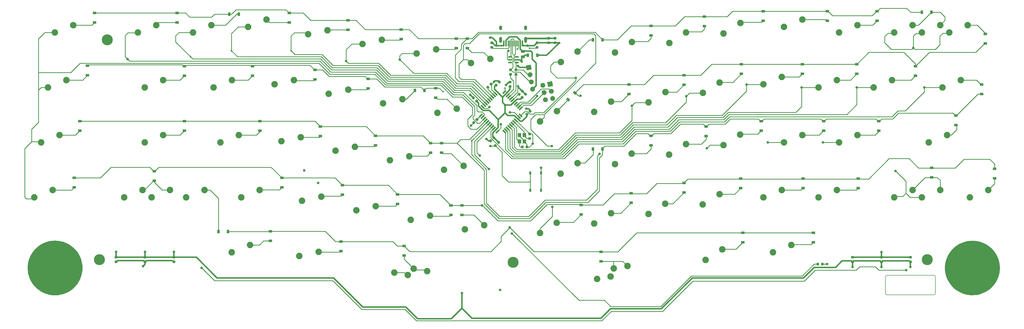
<source format=gbr>
G04 #@! TF.GenerationSoftware,KiCad,Pcbnew,(5.99.0-2612-g32a7d0025-dirty)*
G04 #@! TF.CreationDate,2020-08-15T16:38:39+02:00*
G04 #@! TF.ProjectId,BMEK_Solder,424d454b-5f53-46f6-9c64-65722e6b6963,1*
G04 #@! TF.SameCoordinates,Original*
G04 #@! TF.FileFunction,Copper,L2,Bot*
G04 #@! TF.FilePolarity,Positive*
%FSLAX46Y46*%
G04 Gerber Fmt 4.6, Leading zero omitted, Abs format (unit mm)*
G04 Created by KiCad (PCBNEW (5.99.0-2612-g32a7d0025-dirty)) date 2020-08-15 16:38:39*
%MOMM*%
%LPD*%
G01*
G04 APERTURE LIST*
G04 #@! TA.AperFunction,EtchedComponent*
%ADD10C,0.010000*%
G04 #@! TD*
G04 #@! TA.AperFunction,EtchedComponent*
%ADD11C,0.200000*%
G04 #@! TD*
G04 #@! TA.AperFunction,ComponentPad*
%ADD12C,2.250000*%
G04 #@! TD*
G04 #@! TA.AperFunction,ComponentPad*
%ADD13C,3.800000*%
G04 #@! TD*
G04 #@! TA.AperFunction,SMDPad,CuDef*
%ADD14R,1.200000X0.900000*%
G04 #@! TD*
G04 #@! TA.AperFunction,SMDPad,CuDef*
%ADD15R,0.900000X1.200000*%
G04 #@! TD*
G04 #@! TA.AperFunction,SMDPad,CuDef*
%ADD16R,0.750000X1.000000*%
G04 #@! TD*
G04 #@! TA.AperFunction,SMDPad,CuDef*
%ADD17R,1.200000X1.400000*%
G04 #@! TD*
G04 #@! TA.AperFunction,SMDPad,CuDef*
%ADD18R,1.360000X0.600000*%
G04 #@! TD*
G04 #@! TA.AperFunction,ComponentPad*
%ADD19O,1.000000X1.600000*%
G04 #@! TD*
G04 #@! TA.AperFunction,ComponentPad*
%ADD20O,1.000000X2.100000*%
G04 #@! TD*
G04 #@! TA.AperFunction,SMDPad,CuDef*
%ADD21R,0.300000X2.050000*%
G04 #@! TD*
G04 #@! TA.AperFunction,SMDPad,CuDef*
%ADD22R,0.600000X2.050000*%
G04 #@! TD*
G04 #@! TA.AperFunction,ViaPad*
%ADD23C,0.900000*%
G04 #@! TD*
G04 #@! TA.AperFunction,ViaPad*
%ADD24C,0.600000*%
G04 #@! TD*
G04 #@! TA.AperFunction,Conductor*
%ADD25C,0.254000*%
G04 #@! TD*
G04 #@! TA.AperFunction,Conductor*
%ADD26C,0.508000*%
G04 #@! TD*
G04 #@! TA.AperFunction,Conductor*
%ADD27C,0.600000*%
G04 #@! TD*
G04 APERTURE END LIST*
G36*
X350170968Y-97650552D02*
G01*
X350543714Y-97665149D01*
X350763926Y-97683374D01*
X351648488Y-97818659D01*
X352505166Y-98030503D01*
X353329847Y-98315644D01*
X354118420Y-98670817D01*
X354866774Y-99092761D01*
X355570797Y-99578211D01*
X356226378Y-100123904D01*
X356829406Y-100726577D01*
X357375768Y-101382968D01*
X357861354Y-102089812D01*
X358282052Y-102843847D01*
X358633750Y-103641810D01*
X358778506Y-104044433D01*
X358989162Y-104752906D01*
X359137229Y-105438551D01*
X359227359Y-106129991D01*
X359264203Y-106855848D01*
X359265634Y-107041800D01*
X359224587Y-107938869D01*
X359102297Y-108813997D01*
X358900043Y-109664192D01*
X358619101Y-110486458D01*
X358260748Y-111277802D01*
X357826261Y-112035232D01*
X357316918Y-112755752D01*
X356733995Y-113436369D01*
X356387804Y-113787483D01*
X355718675Y-114375775D01*
X355001984Y-114894954D01*
X354241787Y-115343021D01*
X353442137Y-115717978D01*
X352607088Y-116017826D01*
X351740696Y-116240566D01*
X351222300Y-116334115D01*
X350983096Y-116362675D01*
X350683421Y-116386228D01*
X350344252Y-116404242D01*
X349986566Y-116416190D01*
X349631340Y-116421543D01*
X349299552Y-116419772D01*
X349012179Y-116410348D01*
X348809300Y-116394935D01*
X348047135Y-116277153D01*
X347277691Y-116093299D01*
X346518526Y-115849572D01*
X345787197Y-115552171D01*
X345101262Y-115207292D01*
X344618300Y-114915402D01*
X343881497Y-114383121D01*
X343208203Y-113795681D01*
X342600091Y-113155755D01*
X342058833Y-112466017D01*
X341586101Y-111729139D01*
X341183567Y-110947794D01*
X340852904Y-110124656D01*
X340595784Y-109262399D01*
X340413879Y-108363695D01*
X340381544Y-108142467D01*
X340354860Y-107868596D01*
X340338536Y-107533882D01*
X340332340Y-107161482D01*
X340336042Y-106774554D01*
X340349413Y-106396256D01*
X340372221Y-106049747D01*
X340404236Y-105758184D01*
X340405321Y-105750634D01*
X340572079Y-104882687D01*
X340815678Y-104039767D01*
X341132982Y-103227551D01*
X341520854Y-102451719D01*
X341976158Y-101717948D01*
X342495757Y-101031917D01*
X343076513Y-100399303D01*
X343647377Y-99881573D01*
X344364777Y-99334200D01*
X345103601Y-98866785D01*
X345870847Y-98476087D01*
X346673512Y-98158866D01*
X347518591Y-97911880D01*
X348216634Y-97765028D01*
X348537617Y-97719765D01*
X348918132Y-97684897D01*
X349333588Y-97661214D01*
X349759396Y-97649503D01*
X350170968Y-97650552D01*
G37*
D10*
X350170968Y-97650552D02*
X350543714Y-97665149D01*
X350763926Y-97683374D01*
X351648488Y-97818659D01*
X352505166Y-98030503D01*
X353329847Y-98315644D01*
X354118420Y-98670817D01*
X354866774Y-99092761D01*
X355570797Y-99578211D01*
X356226378Y-100123904D01*
X356829406Y-100726577D01*
X357375768Y-101382968D01*
X357861354Y-102089812D01*
X358282052Y-102843847D01*
X358633750Y-103641810D01*
X358778506Y-104044433D01*
X358989162Y-104752906D01*
X359137229Y-105438551D01*
X359227359Y-106129991D01*
X359264203Y-106855848D01*
X359265634Y-107041800D01*
X359224587Y-107938869D01*
X359102297Y-108813997D01*
X358900043Y-109664192D01*
X358619101Y-110486458D01*
X358260748Y-111277802D01*
X357826261Y-112035232D01*
X357316918Y-112755752D01*
X356733995Y-113436369D01*
X356387804Y-113787483D01*
X355718675Y-114375775D01*
X355001984Y-114894954D01*
X354241787Y-115343021D01*
X353442137Y-115717978D01*
X352607088Y-116017826D01*
X351740696Y-116240566D01*
X351222300Y-116334115D01*
X350983096Y-116362675D01*
X350683421Y-116386228D01*
X350344252Y-116404242D01*
X349986566Y-116416190D01*
X349631340Y-116421543D01*
X349299552Y-116419772D01*
X349012179Y-116410348D01*
X348809300Y-116394935D01*
X348047135Y-116277153D01*
X347277691Y-116093299D01*
X346518526Y-115849572D01*
X345787197Y-115552171D01*
X345101262Y-115207292D01*
X344618300Y-114915402D01*
X343881497Y-114383121D01*
X343208203Y-113795681D01*
X342600091Y-113155755D01*
X342058833Y-112466017D01*
X341586101Y-111729139D01*
X341183567Y-110947794D01*
X340852904Y-110124656D01*
X340595784Y-109262399D01*
X340413879Y-108363695D01*
X340381544Y-108142467D01*
X340354860Y-107868596D01*
X340338536Y-107533882D01*
X340332340Y-107161482D01*
X340336042Y-106774554D01*
X340349413Y-106396256D01*
X340372221Y-106049747D01*
X340404236Y-105758184D01*
X340405321Y-105750634D01*
X340572079Y-104882687D01*
X340815678Y-104039767D01*
X341132982Y-103227551D01*
X341520854Y-102451719D01*
X341976158Y-101717948D01*
X342495757Y-101031917D01*
X343076513Y-100399303D01*
X343647377Y-99881573D01*
X344364777Y-99334200D01*
X345103601Y-98866785D01*
X345870847Y-98476087D01*
X346673512Y-98158866D01*
X347518591Y-97911880D01*
X348216634Y-97765028D01*
X348537617Y-97719765D01*
X348918132Y-97684897D01*
X349333588Y-97661214D01*
X349759396Y-97649503D01*
X350170968Y-97650552D01*
G36*
X33273748Y-97611301D02*
G01*
X33601767Y-97629768D01*
X33723416Y-97641678D01*
X34615703Y-97785817D01*
X35480621Y-98009324D01*
X36314654Y-98310546D01*
X37114288Y-98687828D01*
X37876008Y-99139520D01*
X38596301Y-99663966D01*
X39255210Y-100243644D01*
X39835941Y-100851669D01*
X40346747Y-101492713D01*
X40798088Y-102181124D01*
X41171438Y-102871967D01*
X41522724Y-103677108D01*
X41793319Y-104497056D01*
X41984881Y-105326946D01*
X42099068Y-106161912D01*
X42137538Y-106997089D01*
X42101949Y-107827610D01*
X41993960Y-108648610D01*
X41815229Y-109455224D01*
X41567413Y-110242585D01*
X41252172Y-111005829D01*
X40871162Y-111740089D01*
X40426043Y-112440499D01*
X39918472Y-113102195D01*
X39350108Y-113720310D01*
X38722608Y-114289978D01*
X38037632Y-114806335D01*
X37296836Y-115264514D01*
X36872467Y-115486872D01*
X36055482Y-115842276D01*
X35206382Y-116120798D01*
X34333820Y-116319757D01*
X34014967Y-116371484D01*
X33689722Y-116409187D01*
X33314355Y-116437363D01*
X32916976Y-116455057D01*
X32525693Y-116461318D01*
X32168618Y-116455193D01*
X31939267Y-116441823D01*
X31047151Y-116325976D01*
X30179755Y-116130445D01*
X29341218Y-115857671D01*
X28535682Y-115510098D01*
X27767288Y-115090169D01*
X27040175Y-114600326D01*
X26358484Y-114043013D01*
X25726357Y-113420672D01*
X25147933Y-112735745D01*
X24772796Y-112213799D01*
X24614909Y-111959926D01*
X24440645Y-111648566D01*
X24261121Y-111302310D01*
X24087460Y-110943749D01*
X23930780Y-110595473D01*
X23802202Y-110280073D01*
X23749757Y-110135443D01*
X23577340Y-109595877D01*
X23445375Y-109094382D01*
X23349902Y-108606642D01*
X23286965Y-108108341D01*
X23252607Y-107575161D01*
X23242831Y-107020634D01*
X23245329Y-106638063D01*
X23253440Y-106323096D01*
X23268089Y-106058799D01*
X23290202Y-105828239D01*
X23319196Y-105623634D01*
X23504340Y-104730763D01*
X23760712Y-103881569D01*
X24090637Y-103070532D01*
X24496436Y-102292131D01*
X24980433Y-101540844D01*
X25115624Y-101354316D01*
X25304422Y-101117071D01*
X25541290Y-100846186D01*
X25809805Y-100558321D01*
X26093541Y-100270132D01*
X26376072Y-99998277D01*
X26640974Y-99759416D01*
X26871821Y-99570205D01*
X26883673Y-99561216D01*
X27635191Y-99041939D01*
X28407641Y-98603545D01*
X29206270Y-98243717D01*
X30036327Y-97960136D01*
X30903058Y-97750485D01*
X31042383Y-97724210D01*
X31333862Y-97682199D01*
X31687308Y-97648548D01*
X32080370Y-97623944D01*
X32490698Y-97609077D01*
X32895941Y-97604633D01*
X33273748Y-97611301D01*
G37*
X33273748Y-97611301D02*
X33601767Y-97629768D01*
X33723416Y-97641678D01*
X34615703Y-97785817D01*
X35480621Y-98009324D01*
X36314654Y-98310546D01*
X37114288Y-98687828D01*
X37876008Y-99139520D01*
X38596301Y-99663966D01*
X39255210Y-100243644D01*
X39835941Y-100851669D01*
X40346747Y-101492713D01*
X40798088Y-102181124D01*
X41171438Y-102871967D01*
X41522724Y-103677108D01*
X41793319Y-104497056D01*
X41984881Y-105326946D01*
X42099068Y-106161912D01*
X42137538Y-106997089D01*
X42101949Y-107827610D01*
X41993960Y-108648610D01*
X41815229Y-109455224D01*
X41567413Y-110242585D01*
X41252172Y-111005829D01*
X40871162Y-111740089D01*
X40426043Y-112440499D01*
X39918472Y-113102195D01*
X39350108Y-113720310D01*
X38722608Y-114289978D01*
X38037632Y-114806335D01*
X37296836Y-115264514D01*
X36872467Y-115486872D01*
X36055482Y-115842276D01*
X35206382Y-116120798D01*
X34333820Y-116319757D01*
X34014967Y-116371484D01*
X33689722Y-116409187D01*
X33314355Y-116437363D01*
X32916976Y-116455057D01*
X32525693Y-116461318D01*
X32168618Y-116455193D01*
X31939267Y-116441823D01*
X31047151Y-116325976D01*
X30179755Y-116130445D01*
X29341218Y-115857671D01*
X28535682Y-115510098D01*
X27767288Y-115090169D01*
X27040175Y-114600326D01*
X26358484Y-114043013D01*
X25726357Y-113420672D01*
X25147933Y-112735745D01*
X24772796Y-112213799D01*
X24614909Y-111959926D01*
X24440645Y-111648566D01*
X24261121Y-111302310D01*
X24087460Y-110943749D01*
X23930780Y-110595473D01*
X23802202Y-110280073D01*
X23749757Y-110135443D01*
X23577340Y-109595877D01*
X23445375Y-109094382D01*
X23349902Y-108606642D01*
X23286965Y-108108341D01*
X23252607Y-107575161D01*
X23242831Y-107020634D01*
X23245329Y-106638063D01*
X23253440Y-106323096D01*
X23268089Y-106058799D01*
X23290202Y-105828239D01*
X23319196Y-105623634D01*
X23504340Y-104730763D01*
X23760712Y-103881569D01*
X24090637Y-103070532D01*
X24496436Y-102292131D01*
X24980433Y-101540844D01*
X25115624Y-101354316D01*
X25304422Y-101117071D01*
X25541290Y-100846186D01*
X25809805Y-100558321D01*
X26093541Y-100270132D01*
X26376072Y-99998277D01*
X26640974Y-99759416D01*
X26871821Y-99570205D01*
X26883673Y-99561216D01*
X27635191Y-99041939D01*
X28407641Y-98603545D01*
X29206270Y-98243717D01*
X30036327Y-97960136D01*
X30903058Y-97750485D01*
X31042383Y-97724210D01*
X31333862Y-97682199D01*
X31687308Y-97648548D01*
X32080370Y-97623944D01*
X32490698Y-97609077D01*
X32895941Y-97604633D01*
X33273748Y-97611301D01*
D11*
X319786000Y-110127904D02*
G75*
G02*
X320294000Y-109619904I508000J0D01*
G01*
X337058000Y-115824000D02*
G75*
G02*
X336550000Y-116332000I-508000J0D01*
G01*
X320294000Y-116332000D02*
G75*
G02*
X319786000Y-115824000I0J508000D01*
G01*
X336550000Y-109619904D02*
G75*
G02*
X337058000Y-110127904I0J-508000D01*
G01*
X337058000Y-112522000D02*
X337058000Y-115824000D01*
X337058000Y-110109000D02*
X337058000Y-112522000D01*
X320294000Y-109619904D02*
X336550000Y-109619904D01*
X320294000Y-116332000D02*
X336550000Y-116332000D01*
X319786000Y-112522000D02*
X319786000Y-115824000D01*
X319786000Y-110109000D02*
X319786000Y-112522000D01*
D12*
X171556094Y-51883742D03*
X164861499Y-53282488D03*
X31849552Y-80010000D03*
X25499552Y-82550000D03*
X232058729Y-67456109D03*
X226246266Y-71060187D03*
X164426594Y-31282743D03*
X157731999Y-32681489D03*
X206167729Y-52677510D03*
X200355266Y-56281588D03*
X224908329Y-88060809D03*
X219095866Y-91664887D03*
X123836044Y-101501043D03*
X117141449Y-102899789D03*
X143559594Y-85634943D03*
X136864999Y-87033689D03*
X291053050Y-20919800D03*
X284703050Y-23459800D03*
X348203051Y-22860000D03*
X341853051Y-25400000D03*
X329153250Y-80010000D03*
X322803250Y-82550000D03*
X263392379Y-100618909D03*
X257579916Y-104222987D03*
X124798994Y-82326943D03*
X118104399Y-83725689D03*
X232103429Y-28760410D03*
X226290966Y-32364488D03*
X310103051Y-22860000D03*
X303753051Y-25400000D03*
X283909450Y-80009999D03*
X277559450Y-82549999D03*
X250864030Y-25452409D03*
X245051567Y-29056487D03*
X213298129Y-70764110D03*
X207485666Y-74368188D03*
X310103150Y-60960000D03*
X303753150Y-63500000D03*
X206147729Y-91368810D03*
X200335266Y-94972888D03*
X283909350Y-40849500D03*
X277559350Y-43389500D03*
X341059401Y-60960000D03*
X334709401Y-63500000D03*
X302959450Y-80010000D03*
X296609450Y-82550000D03*
X287217450Y-99060000D03*
X280867450Y-101600000D03*
X224928330Y-49369510D03*
X219115867Y-52973588D03*
X93871250Y-41910000D03*
X87521250Y-44450000D03*
X262449530Y-42753509D03*
X256637067Y-46357587D03*
X269624629Y-22144411D03*
X263812166Y-25748489D03*
X72439900Y-80010000D03*
X66089900Y-82550000D03*
X34230852Y-60960000D03*
X27880852Y-63500000D03*
X36612152Y-41910000D03*
X30262152Y-44450000D03*
X243668929Y-84752809D03*
X237856466Y-88356887D03*
X322009350Y-41910000D03*
X315659350Y-44450000D03*
X338678200Y-80010000D03*
X332328200Y-82550000D03*
X96252450Y-60960000D03*
X89902450Y-63500000D03*
X103396150Y-80010000D03*
X97046150Y-82550000D03*
X100088150Y-99060000D03*
X93738150Y-101600000D03*
X302959350Y-41910000D03*
X296609350Y-44450000D03*
X250819329Y-64148110D03*
X245006866Y-67752188D03*
X329153051Y-22860000D03*
X322803051Y-25400000D03*
X181080794Y-92250943D03*
X174386199Y-93649689D03*
X338678051Y-22860000D03*
X332328051Y-25400000D03*
X67677551Y-22860000D03*
X61327551Y-25400000D03*
X161357295Y-108117043D03*
X154662700Y-109515789D03*
X355346950Y-80010000D03*
X348996950Y-82550000D03*
X134034894Y-45267743D03*
X127340299Y-46666489D03*
X136391094Y-65027043D03*
X129696499Y-66425789D03*
X152795494Y-48575743D03*
X146100899Y-49974489D03*
X225871280Y-107234910D03*
X220058817Y-110838988D03*
X162320194Y-88942943D03*
X155625599Y-90341689D03*
X269579929Y-60840109D03*
X263767466Y-64444187D03*
X126905395Y-24666743D03*
X120210800Y-26065489D03*
X156667148Y-107290043D03*
X149972553Y-108688789D03*
X70058750Y-60960000D03*
X63708750Y-63500000D03*
X105777551Y-20919801D03*
X99427551Y-23459801D03*
X117630494Y-61719043D03*
X110935899Y-63117789D03*
X173912294Y-71643043D03*
X167217699Y-73041789D03*
X230561426Y-106407910D03*
X224748963Y-110011988D03*
X70058750Y-41910000D03*
X63708750Y-44450000D03*
X38993451Y-22860000D03*
X32643451Y-25400000D03*
X62915000Y-80010000D03*
X56565000Y-82550000D03*
X213342830Y-32068410D03*
X207530367Y-35672488D03*
X145665995Y-27974743D03*
X138971400Y-29373489D03*
X115274319Y-41959743D03*
X108579724Y-43358489D03*
X155151694Y-68335043D03*
X148457099Y-69733789D03*
X183187194Y-34590743D03*
X176492599Y-35989489D03*
D13*
X191060000Y-105090000D03*
X48020000Y-104140000D03*
X334200000Y-104140000D03*
X50800000Y-27940000D03*
D12*
X291053150Y-60959999D03*
X284703150Y-63499999D03*
X86727551Y-22860000D03*
X80377551Y-25400000D03*
X262429529Y-81444809D03*
X256617066Y-85048887D03*
X243688930Y-46061509D03*
X237876467Y-49665587D03*
X345821850Y-41910000D03*
X339471850Y-44450000D03*
X84346250Y-80010000D03*
X77996250Y-82550000D03*
D14*
X291084000Y-39750000D03*
X291084000Y-36450000D03*
X269748000Y-79374000D03*
X269748000Y-76074000D03*
G04 #@! TA.AperFunction,SMDPad,CuDef*
G36*
G01*
X177561816Y-56200291D02*
X177924209Y-56562684D01*
G75*
G02*
X177924209Y-56872044I-154680J-154680D01*
G01*
X177614850Y-57181403D01*
G75*
G02*
X177305490Y-57181403I-154680J154680D01*
G01*
X176943097Y-56819010D01*
G75*
G02*
X176943097Y-56509650I154680J154680D01*
G01*
X177252456Y-56200291D01*
G75*
G02*
X177561816Y-56200291I154680J-154680D01*
G01*
G37*
G04 #@! TD.AperFunction*
G04 #@! TA.AperFunction,SMDPad,CuDef*
G36*
G01*
X178675510Y-55086597D02*
X179037903Y-55448990D01*
G75*
G02*
X179037903Y-55758350I-154680J-154680D01*
G01*
X178728544Y-56067709D01*
G75*
G02*
X178419184Y-56067709I-154680J154680D01*
G01*
X178056791Y-55705316D01*
G75*
G02*
X178056791Y-55395956I154680J154680D01*
G01*
X178366150Y-55086597D01*
G75*
G02*
X178675510Y-55086597I154680J-154680D01*
G01*
G37*
G04 #@! TD.AperFunction*
G04 #@! TA.AperFunction,SMDPad,CuDef*
G36*
G01*
X190400650Y-38816800D02*
X189888150Y-38816800D01*
G75*
G02*
X189669400Y-38598050I0J218750D01*
G01*
X189669400Y-38160550D01*
G75*
G02*
X189888150Y-37941800I218750J0D01*
G01*
X190400650Y-37941800D01*
G75*
G02*
X190619400Y-38160550I0J-218750D01*
G01*
X190619400Y-38598050D01*
G75*
G02*
X190400650Y-38816800I-218750J0D01*
G01*
G37*
G04 #@! TD.AperFunction*
G04 #@! TA.AperFunction,SMDPad,CuDef*
G36*
G01*
X190400650Y-40391800D02*
X189888150Y-40391800D01*
G75*
G02*
X189669400Y-40173050I0J218750D01*
G01*
X189669400Y-39735550D01*
G75*
G02*
X189888150Y-39516800I218750J0D01*
G01*
X190400650Y-39516800D01*
G75*
G02*
X190619400Y-39735550I0J-218750D01*
G01*
X190619400Y-40173050D01*
G75*
G02*
X190400650Y-40391800I-218750J0D01*
G01*
G37*
G04 #@! TD.AperFunction*
G04 #@! TA.AperFunction,SMDPad,CuDef*
G36*
G01*
X193246316Y-46357791D02*
X193608709Y-46720184D01*
G75*
G02*
X193608709Y-47029544I-154680J-154680D01*
G01*
X193299350Y-47338903D01*
G75*
G02*
X192989990Y-47338903I-154680J154680D01*
G01*
X192627597Y-46976510D01*
G75*
G02*
X192627597Y-46667150I154680J154680D01*
G01*
X192936956Y-46357791D01*
G75*
G02*
X193246316Y-46357791I154680J-154680D01*
G01*
G37*
G04 #@! TD.AperFunction*
G04 #@! TA.AperFunction,SMDPad,CuDef*
G36*
G01*
X194360010Y-45244097D02*
X194722403Y-45606490D01*
G75*
G02*
X194722403Y-45915850I-154680J-154680D01*
G01*
X194413044Y-46225209D01*
G75*
G02*
X194103684Y-46225209I-154680J154680D01*
G01*
X193741291Y-45862816D01*
G75*
G02*
X193741291Y-45553456I154680J154680D01*
G01*
X194050650Y-45244097D01*
G75*
G02*
X194360010Y-45244097I154680J-154680D01*
G01*
G37*
G04 #@! TD.AperFunction*
G04 #@! TA.AperFunction,SMDPad,CuDef*
G36*
X210004408Y-47922264D02*
G01*
X210852936Y-48770792D01*
X210216540Y-49407188D01*
X209368012Y-48558660D01*
X210004408Y-47922264D01*
G37*
G04 #@! TD.AperFunction*
G04 #@! TA.AperFunction,SMDPad,CuDef*
G36*
X212337860Y-45588812D02*
G01*
X213186388Y-46437340D01*
X212549992Y-47073736D01*
X211701464Y-46225208D01*
X212337860Y-45588812D01*
G37*
G04 #@! TD.AperFunction*
X113665000Y-21970000D03*
X113665000Y-18670000D03*
G04 #@! TA.AperFunction,SMDPad,CuDef*
G36*
G01*
X177797209Y-48212316D02*
X177434816Y-48574709D01*
G75*
G02*
X177125456Y-48574709I-154680J154680D01*
G01*
X176816097Y-48265350D01*
G75*
G02*
X176816097Y-47955990I154680J154680D01*
G01*
X177178490Y-47593597D01*
G75*
G02*
X177487850Y-47593597I154680J-154680D01*
G01*
X177797209Y-47902956D01*
G75*
G02*
X177797209Y-48212316I-154680J-154680D01*
G01*
G37*
G04 #@! TD.AperFunction*
G04 #@! TA.AperFunction,SMDPad,CuDef*
G36*
G01*
X178910903Y-49326010D02*
X178548510Y-49688403D01*
G75*
G02*
X178239150Y-49688403I-154680J154680D01*
G01*
X177929791Y-49379044D01*
G75*
G02*
X177929791Y-49069684I154680J154680D01*
G01*
X178292184Y-48707291D01*
G75*
G02*
X178601544Y-48707291I154680J-154680D01*
G01*
X178910903Y-49016650D01*
G75*
G02*
X178910903Y-49326010I-154680J-154680D01*
G01*
G37*
G04 #@! TD.AperFunction*
D15*
X96265000Y-19050000D03*
X92965000Y-19050000D03*
D14*
X299720000Y-21335000D03*
X299720000Y-18035000D03*
D15*
X199473594Y-33300611D03*
X196173594Y-33300611D03*
D14*
X77470000Y-40385000D03*
X77470000Y-37085000D03*
D15*
X89232200Y-94437200D03*
X92532200Y-94437200D03*
D14*
X153416000Y-102742000D03*
X153416000Y-99442000D03*
X132080000Y-81660000D03*
X132080000Y-78360000D03*
G04 #@! TA.AperFunction,SMDPad,CuDef*
G36*
G01*
X197030050Y-61041800D02*
X196517550Y-61041800D01*
G75*
G02*
X196298800Y-60823050I0J218750D01*
G01*
X196298800Y-60385550D01*
G75*
G02*
X196517550Y-60166800I218750J0D01*
G01*
X197030050Y-60166800D01*
G75*
G02*
X197248800Y-60385550I0J-218750D01*
G01*
X197248800Y-60823050D01*
G75*
G02*
X197030050Y-61041800I-218750J0D01*
G01*
G37*
G04 #@! TD.AperFunction*
G04 #@! TA.AperFunction,SMDPad,CuDef*
G36*
G01*
X197030050Y-62616800D02*
X196517550Y-62616800D01*
G75*
G02*
X196298800Y-62398050I0J218750D01*
G01*
X196298800Y-61960550D01*
G75*
G02*
X196517550Y-61741800I218750J0D01*
G01*
X197030050Y-61741800D01*
G75*
G02*
X197248800Y-61960550I0J-218750D01*
G01*
X197248800Y-62398050D01*
G75*
G02*
X197030050Y-62616800I-218750J0D01*
G01*
G37*
G04 #@! TD.AperFunction*
D15*
X157100000Y-45466000D03*
X160400000Y-45466000D03*
D16*
X200731600Y-80139800D03*
X200731600Y-74139800D03*
X196981600Y-74139800D03*
X196981600Y-80139800D03*
G04 #@! TA.AperFunction,SMDPad,CuDef*
G36*
G01*
X205818450Y-27869400D02*
X205305950Y-27869400D01*
G75*
G02*
X205087200Y-27650650I0J218750D01*
G01*
X205087200Y-27213150D01*
G75*
G02*
X205305950Y-26994400I218750J0D01*
G01*
X205818450Y-26994400D01*
G75*
G02*
X206037200Y-27213150I0J-218750D01*
G01*
X206037200Y-27650650D01*
G75*
G02*
X205818450Y-27869400I-218750J0D01*
G01*
G37*
G04 #@! TD.AperFunction*
G04 #@! TA.AperFunction,SMDPad,CuDef*
G36*
G01*
X205818450Y-29444400D02*
X205305950Y-29444400D01*
G75*
G02*
X205087200Y-29225650I0J218750D01*
G01*
X205087200Y-28788150D01*
G75*
G02*
X205305950Y-28569400I218750J0D01*
G01*
X205818450Y-28569400D01*
G75*
G02*
X206037200Y-28788150I0J-218750D01*
G01*
X206037200Y-29225650D01*
G75*
G02*
X205818450Y-29444400I-218750J0D01*
G01*
G37*
G04 #@! TD.AperFunction*
G04 #@! TA.AperFunction,SMDPad,CuDef*
G36*
G01*
X54056250Y-103790000D02*
X53543750Y-103790000D01*
G75*
G02*
X53325000Y-103571250I0J218750D01*
G01*
X53325000Y-103133750D01*
G75*
G02*
X53543750Y-102915000I218750J0D01*
G01*
X54056250Y-102915000D01*
G75*
G02*
X54275000Y-103133750I0J-218750D01*
G01*
X54275000Y-103571250D01*
G75*
G02*
X54056250Y-103790000I-218750J0D01*
G01*
G37*
G04 #@! TD.AperFunction*
G04 #@! TA.AperFunction,SMDPad,CuDef*
G36*
G01*
X54056250Y-105365000D02*
X53543750Y-105365000D01*
G75*
G02*
X53325000Y-105146250I0J218750D01*
G01*
X53325000Y-104708750D01*
G75*
G02*
X53543750Y-104490000I218750J0D01*
G01*
X54056250Y-104490000D01*
G75*
G02*
X54275000Y-104708750I0J-218750D01*
G01*
X54275000Y-105146250D01*
G75*
G02*
X54056250Y-105365000I-218750J0D01*
G01*
G37*
G04 #@! TD.AperFunction*
G04 #@! TA.AperFunction,SMDPad,CuDef*
G36*
X186322702Y-46416940D02*
G01*
X185933794Y-46805848D01*
X184873134Y-45745188D01*
X185262042Y-45356280D01*
X186322702Y-46416940D01*
G37*
G04 #@! TD.AperFunction*
G04 #@! TA.AperFunction,SMDPad,CuDef*
G36*
X185757017Y-46982626D02*
G01*
X185368109Y-47371534D01*
X184307449Y-46310874D01*
X184696357Y-45921966D01*
X185757017Y-46982626D01*
G37*
G04 #@! TD.AperFunction*
G04 #@! TA.AperFunction,SMDPad,CuDef*
G36*
X185191332Y-47548311D02*
G01*
X184802424Y-47937219D01*
X183741764Y-46876559D01*
X184130672Y-46487651D01*
X185191332Y-47548311D01*
G37*
G04 #@! TD.AperFunction*
G04 #@! TA.AperFunction,SMDPad,CuDef*
G36*
X184625646Y-48113996D02*
G01*
X184236738Y-48502904D01*
X183176078Y-47442244D01*
X183564986Y-47053336D01*
X184625646Y-48113996D01*
G37*
G04 #@! TD.AperFunction*
G04 #@! TA.AperFunction,SMDPad,CuDef*
G36*
X184059961Y-48679682D02*
G01*
X183671053Y-49068590D01*
X182610393Y-48007930D01*
X182999301Y-47619022D01*
X184059961Y-48679682D01*
G37*
G04 #@! TD.AperFunction*
G04 #@! TA.AperFunction,SMDPad,CuDef*
G36*
X183494275Y-49245367D02*
G01*
X183105367Y-49634275D01*
X182044707Y-48573615D01*
X182433615Y-48184707D01*
X183494275Y-49245367D01*
G37*
G04 #@! TD.AperFunction*
G04 #@! TA.AperFunction,SMDPad,CuDef*
G36*
X182928590Y-49811053D02*
G01*
X182539682Y-50199961D01*
X181479022Y-49139301D01*
X181867930Y-48750393D01*
X182928590Y-49811053D01*
G37*
G04 #@! TD.AperFunction*
G04 #@! TA.AperFunction,SMDPad,CuDef*
G36*
X182362904Y-50376738D02*
G01*
X181973996Y-50765646D01*
X180913336Y-49704986D01*
X181302244Y-49316078D01*
X182362904Y-50376738D01*
G37*
G04 #@! TD.AperFunction*
G04 #@! TA.AperFunction,SMDPad,CuDef*
G36*
X181797219Y-50942424D02*
G01*
X181408311Y-51331332D01*
X180347651Y-50270672D01*
X180736559Y-49881764D01*
X181797219Y-50942424D01*
G37*
G04 #@! TD.AperFunction*
G04 #@! TA.AperFunction,SMDPad,CuDef*
G36*
X181231534Y-51508109D02*
G01*
X180842626Y-51897017D01*
X179781966Y-50836357D01*
X180170874Y-50447449D01*
X181231534Y-51508109D01*
G37*
G04 #@! TD.AperFunction*
G04 #@! TA.AperFunction,SMDPad,CuDef*
G36*
X180665848Y-52073794D02*
G01*
X180276940Y-52462702D01*
X179216280Y-51402042D01*
X179605188Y-51013134D01*
X180665848Y-52073794D01*
G37*
G04 #@! TD.AperFunction*
G04 #@! TA.AperFunction,SMDPad,CuDef*
G36*
X180276940Y-53417298D02*
G01*
X180665848Y-53806206D01*
X179605188Y-54866866D01*
X179216280Y-54477958D01*
X180276940Y-53417298D01*
G37*
G04 #@! TD.AperFunction*
G04 #@! TA.AperFunction,SMDPad,CuDef*
G36*
X180842626Y-53982983D02*
G01*
X181231534Y-54371891D01*
X180170874Y-55432551D01*
X179781966Y-55043643D01*
X180842626Y-53982983D01*
G37*
G04 #@! TD.AperFunction*
G04 #@! TA.AperFunction,SMDPad,CuDef*
G36*
X181408311Y-54548668D02*
G01*
X181797219Y-54937576D01*
X180736559Y-55998236D01*
X180347651Y-55609328D01*
X181408311Y-54548668D01*
G37*
G04 #@! TD.AperFunction*
G04 #@! TA.AperFunction,SMDPad,CuDef*
G36*
X181973996Y-55114354D02*
G01*
X182362904Y-55503262D01*
X181302244Y-56563922D01*
X180913336Y-56175014D01*
X181973996Y-55114354D01*
G37*
G04 #@! TD.AperFunction*
G04 #@! TA.AperFunction,SMDPad,CuDef*
G36*
X182539682Y-55680039D02*
G01*
X182928590Y-56068947D01*
X181867930Y-57129607D01*
X181479022Y-56740699D01*
X182539682Y-55680039D01*
G37*
G04 #@! TD.AperFunction*
G04 #@! TA.AperFunction,SMDPad,CuDef*
G36*
X183105367Y-56245725D02*
G01*
X183494275Y-56634633D01*
X182433615Y-57695293D01*
X182044707Y-57306385D01*
X183105367Y-56245725D01*
G37*
G04 #@! TD.AperFunction*
G04 #@! TA.AperFunction,SMDPad,CuDef*
G36*
X183671053Y-56811410D02*
G01*
X184059961Y-57200318D01*
X182999301Y-58260978D01*
X182610393Y-57872070D01*
X183671053Y-56811410D01*
G37*
G04 #@! TD.AperFunction*
G04 #@! TA.AperFunction,SMDPad,CuDef*
G36*
X184236738Y-57377096D02*
G01*
X184625646Y-57766004D01*
X183564986Y-58826664D01*
X183176078Y-58437756D01*
X184236738Y-57377096D01*
G37*
G04 #@! TD.AperFunction*
G04 #@! TA.AperFunction,SMDPad,CuDef*
G36*
X184802424Y-57942781D02*
G01*
X185191332Y-58331689D01*
X184130672Y-59392349D01*
X183741764Y-59003441D01*
X184802424Y-57942781D01*
G37*
G04 #@! TD.AperFunction*
G04 #@! TA.AperFunction,SMDPad,CuDef*
G36*
X185368109Y-58508466D02*
G01*
X185757017Y-58897374D01*
X184696357Y-59958034D01*
X184307449Y-59569126D01*
X185368109Y-58508466D01*
G37*
G04 #@! TD.AperFunction*
G04 #@! TA.AperFunction,SMDPad,CuDef*
G36*
X185933794Y-59074152D02*
G01*
X186322702Y-59463060D01*
X185262042Y-60523720D01*
X184873134Y-60134812D01*
X185933794Y-59074152D01*
G37*
G04 #@! TD.AperFunction*
G04 #@! TA.AperFunction,SMDPad,CuDef*
G36*
X188726866Y-60134812D02*
G01*
X188337958Y-60523720D01*
X187277298Y-59463060D01*
X187666206Y-59074152D01*
X188726866Y-60134812D01*
G37*
G04 #@! TD.AperFunction*
G04 #@! TA.AperFunction,SMDPad,CuDef*
G36*
X189292551Y-59569126D02*
G01*
X188903643Y-59958034D01*
X187842983Y-58897374D01*
X188231891Y-58508466D01*
X189292551Y-59569126D01*
G37*
G04 #@! TD.AperFunction*
G04 #@! TA.AperFunction,SMDPad,CuDef*
G36*
X189858236Y-59003441D02*
G01*
X189469328Y-59392349D01*
X188408668Y-58331689D01*
X188797576Y-57942781D01*
X189858236Y-59003441D01*
G37*
G04 #@! TD.AperFunction*
G04 #@! TA.AperFunction,SMDPad,CuDef*
G36*
X190423922Y-58437756D02*
G01*
X190035014Y-58826664D01*
X188974354Y-57766004D01*
X189363262Y-57377096D01*
X190423922Y-58437756D01*
G37*
G04 #@! TD.AperFunction*
G04 #@! TA.AperFunction,SMDPad,CuDef*
G36*
X190989607Y-57872070D02*
G01*
X190600699Y-58260978D01*
X189540039Y-57200318D01*
X189928947Y-56811410D01*
X190989607Y-57872070D01*
G37*
G04 #@! TD.AperFunction*
G04 #@! TA.AperFunction,SMDPad,CuDef*
G36*
X191555293Y-57306385D02*
G01*
X191166385Y-57695293D01*
X190105725Y-56634633D01*
X190494633Y-56245725D01*
X191555293Y-57306385D01*
G37*
G04 #@! TD.AperFunction*
G04 #@! TA.AperFunction,SMDPad,CuDef*
G36*
X192120978Y-56740699D02*
G01*
X191732070Y-57129607D01*
X190671410Y-56068947D01*
X191060318Y-55680039D01*
X192120978Y-56740699D01*
G37*
G04 #@! TD.AperFunction*
G04 #@! TA.AperFunction,SMDPad,CuDef*
G36*
X192686664Y-56175014D02*
G01*
X192297756Y-56563922D01*
X191237096Y-55503262D01*
X191626004Y-55114354D01*
X192686664Y-56175014D01*
G37*
G04 #@! TD.AperFunction*
G04 #@! TA.AperFunction,SMDPad,CuDef*
G36*
X193252349Y-55609328D02*
G01*
X192863441Y-55998236D01*
X191802781Y-54937576D01*
X192191689Y-54548668D01*
X193252349Y-55609328D01*
G37*
G04 #@! TD.AperFunction*
G04 #@! TA.AperFunction,SMDPad,CuDef*
G36*
X193818034Y-55043643D02*
G01*
X193429126Y-55432551D01*
X192368466Y-54371891D01*
X192757374Y-53982983D01*
X193818034Y-55043643D01*
G37*
G04 #@! TD.AperFunction*
G04 #@! TA.AperFunction,SMDPad,CuDef*
G36*
X194383720Y-54477958D02*
G01*
X193994812Y-54866866D01*
X192934152Y-53806206D01*
X193323060Y-53417298D01*
X194383720Y-54477958D01*
G37*
G04 #@! TD.AperFunction*
G04 #@! TA.AperFunction,SMDPad,CuDef*
G36*
X193994812Y-51013134D02*
G01*
X194383720Y-51402042D01*
X193323060Y-52462702D01*
X192934152Y-52073794D01*
X193994812Y-51013134D01*
G37*
G04 #@! TD.AperFunction*
G04 #@! TA.AperFunction,SMDPad,CuDef*
G36*
X193429126Y-50447449D02*
G01*
X193818034Y-50836357D01*
X192757374Y-51897017D01*
X192368466Y-51508109D01*
X193429126Y-50447449D01*
G37*
G04 #@! TD.AperFunction*
G04 #@! TA.AperFunction,SMDPad,CuDef*
G36*
X192863441Y-49881764D02*
G01*
X193252349Y-50270672D01*
X192191689Y-51331332D01*
X191802781Y-50942424D01*
X192863441Y-49881764D01*
G37*
G04 #@! TD.AperFunction*
G04 #@! TA.AperFunction,SMDPad,CuDef*
G36*
X192297756Y-49316078D02*
G01*
X192686664Y-49704986D01*
X191626004Y-50765646D01*
X191237096Y-50376738D01*
X192297756Y-49316078D01*
G37*
G04 #@! TD.AperFunction*
G04 #@! TA.AperFunction,SMDPad,CuDef*
G36*
X191732070Y-48750393D02*
G01*
X192120978Y-49139301D01*
X191060318Y-50199961D01*
X190671410Y-49811053D01*
X191732070Y-48750393D01*
G37*
G04 #@! TD.AperFunction*
G04 #@! TA.AperFunction,SMDPad,CuDef*
G36*
X191166385Y-48184707D02*
G01*
X191555293Y-48573615D01*
X190494633Y-49634275D01*
X190105725Y-49245367D01*
X191166385Y-48184707D01*
G37*
G04 #@! TD.AperFunction*
G04 #@! TA.AperFunction,SMDPad,CuDef*
G36*
X190600699Y-47619022D02*
G01*
X190989607Y-48007930D01*
X189928947Y-49068590D01*
X189540039Y-48679682D01*
X190600699Y-47619022D01*
G37*
G04 #@! TD.AperFunction*
G04 #@! TA.AperFunction,SMDPad,CuDef*
G36*
X190035014Y-47053336D02*
G01*
X190423922Y-47442244D01*
X189363262Y-48502904D01*
X188974354Y-48113996D01*
X190035014Y-47053336D01*
G37*
G04 #@! TD.AperFunction*
G04 #@! TA.AperFunction,SMDPad,CuDef*
G36*
X189469328Y-46487651D02*
G01*
X189858236Y-46876559D01*
X188797576Y-47937219D01*
X188408668Y-47548311D01*
X189469328Y-46487651D01*
G37*
G04 #@! TD.AperFunction*
G04 #@! TA.AperFunction,SMDPad,CuDef*
G36*
X188903643Y-45921966D02*
G01*
X189292551Y-46310874D01*
X188231891Y-47371534D01*
X187842983Y-46982626D01*
X188903643Y-45921966D01*
G37*
G04 #@! TD.AperFunction*
G04 #@! TA.AperFunction,SMDPad,CuDef*
G36*
X188337958Y-45356280D02*
G01*
X188726866Y-45745188D01*
X187666206Y-46805848D01*
X187277298Y-46416940D01*
X188337958Y-45356280D01*
G37*
G04 #@! TD.AperFunction*
D14*
X231140000Y-46735000D03*
X231140000Y-43435000D03*
X357505000Y-75945000D03*
X357505000Y-72645000D03*
X107188000Y-97662000D03*
X107188000Y-94362000D03*
D17*
X193256800Y-63203000D03*
X193256800Y-61003000D03*
X194956800Y-61003000D03*
X194956800Y-63203000D03*
D14*
X344170000Y-57530000D03*
X344170000Y-54230000D03*
X39370000Y-79120000D03*
X39370000Y-75820000D03*
X238760000Y-26415000D03*
X238760000Y-23115000D03*
X354330000Y-25910000D03*
X354330000Y-29210000D03*
G04 #@! TA.AperFunction,SMDPad,CuDef*
G36*
G01*
X308143750Y-104490000D02*
X308656250Y-104490000D01*
G75*
G02*
X308875000Y-104708750I0J-218750D01*
G01*
X308875000Y-105146250D01*
G75*
G02*
X308656250Y-105365000I-218750J0D01*
G01*
X308143750Y-105365000D01*
G75*
G02*
X307925000Y-105146250I0J218750D01*
G01*
X307925000Y-104708750D01*
G75*
G02*
X308143750Y-104490000I218750J0D01*
G01*
G37*
G04 #@! TD.AperFunction*
G04 #@! TA.AperFunction,SMDPad,CuDef*
G36*
G01*
X308143750Y-102915000D02*
X308656250Y-102915000D01*
G75*
G02*
X308875000Y-103133750I0J-218750D01*
G01*
X308875000Y-103571250D01*
G75*
G02*
X308656250Y-103790000I-218750J0D01*
G01*
X308143750Y-103790000D01*
G75*
G02*
X307925000Y-103571250I0J218750D01*
G01*
X307925000Y-103133750D01*
G75*
G02*
X308143750Y-102915000I218750J0D01*
G01*
G37*
G04 #@! TD.AperFunction*
X103505000Y-59435000D03*
X103505000Y-56135000D03*
X46355000Y-21970000D03*
X46355000Y-18670000D03*
G04 #@! TA.AperFunction,SMDPad,CuDef*
G36*
G01*
X183947325Y-29458217D02*
X183434825Y-29458217D01*
G75*
G02*
X183216075Y-29239467I0J218750D01*
G01*
X183216075Y-28801967D01*
G75*
G02*
X183434825Y-28583217I218750J0D01*
G01*
X183947325Y-28583217D01*
G75*
G02*
X184166075Y-28801967I0J-218750D01*
G01*
X184166075Y-29239467D01*
G75*
G02*
X183947325Y-29458217I-218750J0D01*
G01*
G37*
G04 #@! TD.AperFunction*
G04 #@! TA.AperFunction,SMDPad,CuDef*
G36*
G01*
X183947325Y-31033217D02*
X183434825Y-31033217D01*
G75*
G02*
X183216075Y-30814467I0J218750D01*
G01*
X183216075Y-30376967D01*
G75*
G02*
X183434825Y-30158217I218750J0D01*
G01*
X183947325Y-30158217D01*
G75*
G02*
X184166075Y-30376967I0J-218750D01*
G01*
X184166075Y-30814467D01*
G75*
G02*
X183947325Y-31033217I-218750J0D01*
G01*
G37*
G04 #@! TD.AperFunction*
X173355000Y-88645000D03*
X173355000Y-85345000D03*
X231902000Y-84454000D03*
X231902000Y-81154000D03*
X298450000Y-59435000D03*
X298450000Y-56135000D03*
X238760000Y-64515000D03*
X238760000Y-61215000D03*
X140970000Y-44830000D03*
X140970000Y-41530000D03*
G04 #@! TA.AperFunction,SMDPad,CuDef*
G36*
G01*
X192305650Y-38816700D02*
X191793150Y-38816700D01*
G75*
G02*
X191574400Y-38597950I0J218750D01*
G01*
X191574400Y-38160450D01*
G75*
G02*
X191793150Y-37941700I218750J0D01*
G01*
X192305650Y-37941700D01*
G75*
G02*
X192524400Y-38160450I0J-218750D01*
G01*
X192524400Y-38597950D01*
G75*
G02*
X192305650Y-38816700I-218750J0D01*
G01*
G37*
G04 #@! TD.AperFunction*
G04 #@! TA.AperFunction,SMDPad,CuDef*
G36*
G01*
X192305650Y-40391700D02*
X191793150Y-40391700D01*
G75*
G02*
X191574400Y-40172950I0J218750D01*
G01*
X191574400Y-39735450D01*
G75*
G02*
X191793150Y-39516700I218750J0D01*
G01*
X192305650Y-39516700D01*
G75*
G02*
X192524400Y-39735450I0J-218750D01*
G01*
X192524400Y-40172950D01*
G75*
G02*
X192305650Y-40391700I-218750J0D01*
G01*
G37*
G04 #@! TD.AperFunction*
X41275000Y-59435000D03*
X41275000Y-56135000D03*
X169545000Y-88645000D03*
X169545000Y-85345000D03*
G04 #@! TA.AperFunction,SMDPad,CuDef*
G36*
G01*
X328143750Y-104490000D02*
X328656250Y-104490000D01*
G75*
G02*
X328875000Y-104708750I0J-218750D01*
G01*
X328875000Y-105146250D01*
G75*
G02*
X328656250Y-105365000I-218750J0D01*
G01*
X328143750Y-105365000D01*
G75*
G02*
X327925000Y-105146250I0J218750D01*
G01*
X327925000Y-104708750D01*
G75*
G02*
X328143750Y-104490000I218750J0D01*
G01*
G37*
G04 #@! TD.AperFunction*
G04 #@! TA.AperFunction,SMDPad,CuDef*
G36*
G01*
X328143750Y-102915000D02*
X328656250Y-102915000D01*
G75*
G02*
X328875000Y-103133750I0J-218750D01*
G01*
X328875000Y-103571250D01*
G75*
G02*
X328656250Y-103790000I-218750J0D01*
G01*
X328143750Y-103790000D01*
G75*
G02*
X327925000Y-103571250I0J218750D01*
G01*
X327925000Y-103133750D01*
G75*
G02*
X328143750Y-102915000I218750J0D01*
G01*
G37*
G04 #@! TD.AperFunction*
G04 #@! TA.AperFunction,ComponentPad*
G36*
G01*
X198632720Y-44923722D02*
X198632720Y-44923722D01*
G75*
G02*
X197943234Y-45908410I-837087J-147601D01*
G01*
X197943234Y-45908410D01*
G75*
G02*
X196958546Y-45218924I-147601J837087D01*
G01*
X196958546Y-45218924D01*
G75*
G02*
X197648032Y-44234236I837087J147601D01*
G01*
X197648032Y-44234236D01*
G75*
G02*
X198632720Y-44923722I147601J-837087D01*
G01*
G37*
G04 #@! TD.AperFunction*
G04 #@! TA.AperFunction,ComponentPad*
G36*
G01*
X198191654Y-42422310D02*
X198191654Y-42422310D01*
G75*
G02*
X197502168Y-43406998I-837087J-147601D01*
G01*
X197502168Y-43406998D01*
G75*
G02*
X196517480Y-42717512I-147601J837087D01*
G01*
X196517480Y-42717512D01*
G75*
G02*
X197206966Y-41732824I837087J147601D01*
G01*
X197206966Y-41732824D01*
G75*
G02*
X198191654Y-42422310I147601J-837087D01*
G01*
G37*
G04 #@! TD.AperFunction*
G04 #@! TA.AperFunction,ComponentPad*
G36*
G01*
X197750587Y-39920899D02*
X197750587Y-39920899D01*
G75*
G02*
X197061101Y-40905587I-837087J-147601D01*
G01*
X197061101Y-40905587D01*
G75*
G02*
X196076413Y-40216101I-147601J837087D01*
G01*
X196076413Y-40216101D01*
G75*
G02*
X196765899Y-39231413I837087J147601D01*
G01*
X196765899Y-39231413D01*
G75*
G02*
X197750587Y-39920899I147601J-837087D01*
G01*
G37*
G04 #@! TD.AperFunction*
G04 #@! TA.AperFunction,ComponentPad*
G36*
X197161920Y-36582400D02*
G01*
X197457122Y-38256574D01*
X195782948Y-38551776D01*
X195487746Y-36877602D01*
X197161920Y-36582400D01*
G37*
G04 #@! TD.AperFunction*
X151130000Y-84835000D03*
X151130000Y-81535000D03*
X250190000Y-80898000D03*
X250190000Y-77598000D03*
G04 #@! TA.AperFunction,SMDPad,CuDef*
G36*
G01*
X182476716Y-43932091D02*
X182839109Y-44294484D01*
G75*
G02*
X182839109Y-44603844I-154680J-154680D01*
G01*
X182529750Y-44913203D01*
G75*
G02*
X182220390Y-44913203I-154680J154680D01*
G01*
X181857997Y-44550810D01*
G75*
G02*
X181857997Y-44241450I154680J154680D01*
G01*
X182167356Y-43932091D01*
G75*
G02*
X182476716Y-43932091I154680J-154680D01*
G01*
G37*
G04 #@! TD.AperFunction*
G04 #@! TA.AperFunction,SMDPad,CuDef*
G36*
G01*
X183590410Y-42818397D02*
X183952803Y-43180790D01*
G75*
G02*
X183952803Y-43490150I-154680J-154680D01*
G01*
X183643444Y-43799509D01*
G75*
G02*
X183334084Y-43799509I-154680J154680D01*
G01*
X182971691Y-43437116D01*
G75*
G02*
X182971691Y-43127756I154680J154680D01*
G01*
X183281050Y-42818397D01*
G75*
G02*
X183590410Y-42818397I154680J-154680D01*
G01*
G37*
G04 #@! TD.AperFunction*
D18*
X190010800Y-35824200D03*
X190010800Y-34874200D03*
X190010800Y-33924200D03*
X192360800Y-33924200D03*
X192360800Y-34874200D03*
X192360800Y-35824200D03*
G04 #@! TA.AperFunction,SMDPad,CuDef*
G36*
G01*
X196796084Y-53197509D02*
X196433691Y-52835116D01*
G75*
G02*
X196433691Y-52525756I154680J154680D01*
G01*
X196743050Y-52216397D01*
G75*
G02*
X197052410Y-52216397I154680J-154680D01*
G01*
X197414803Y-52578790D01*
G75*
G02*
X197414803Y-52888150I-154680J-154680D01*
G01*
X197105444Y-53197509D01*
G75*
G02*
X196796084Y-53197509I-154680J154680D01*
G01*
G37*
G04 #@! TD.AperFunction*
G04 #@! TA.AperFunction,SMDPad,CuDef*
G36*
G01*
X195682390Y-54311203D02*
X195319997Y-53948810D01*
G75*
G02*
X195319997Y-53639450I154680J154680D01*
G01*
X195629356Y-53330091D01*
G75*
G02*
X195938716Y-53330091I154680J-154680D01*
G01*
X196301109Y-53692484D01*
G75*
G02*
X196301109Y-54001844I-154680J-154680D01*
G01*
X195991750Y-54311203D01*
G75*
G02*
X195682390Y-54311203I-154680J154680D01*
G01*
G37*
G04 #@! TD.AperFunction*
D14*
X270002000Y-39750000D03*
X270002000Y-36450000D03*
X317500000Y-59435000D03*
X317500000Y-56135000D03*
X100965000Y-40385000D03*
X100965000Y-37085000D03*
X214630000Y-88518000D03*
X214630000Y-85218000D03*
X164274500Y-48005000D03*
X164274500Y-44705000D03*
X124460000Y-61340000D03*
X124460000Y-58040000D03*
X270510000Y-98170000D03*
X270510000Y-94870000D03*
D15*
X335660000Y-18415000D03*
X332360000Y-18415000D03*
X218695000Y-27940000D03*
X221995000Y-27940000D03*
D14*
X353060000Y-43435000D03*
X353060000Y-46735000D03*
X276860000Y-59435000D03*
X276860000Y-56135000D03*
G04 #@! TA.AperFunction,SMDPad,CuDef*
G36*
G01*
X199595450Y-29444200D02*
X199082950Y-29444200D01*
G75*
G02*
X198864200Y-29225450I0J218750D01*
G01*
X198864200Y-28787950D01*
G75*
G02*
X199082950Y-28569200I218750J0D01*
G01*
X199595450Y-28569200D01*
G75*
G02*
X199814200Y-28787950I0J-218750D01*
G01*
X199814200Y-29225450D01*
G75*
G02*
X199595450Y-29444200I-218750J0D01*
G01*
G37*
G04 #@! TD.AperFunction*
G04 #@! TA.AperFunction,SMDPad,CuDef*
G36*
G01*
X199595450Y-31019200D02*
X199082950Y-31019200D01*
G75*
G02*
X198864200Y-30800450I0J218750D01*
G01*
X198864200Y-30362950D01*
G75*
G02*
X199082950Y-30144200I218750J0D01*
G01*
X199595450Y-30144200D01*
G75*
G02*
X199814200Y-30362950I0J-218750D01*
G01*
X199814200Y-30800450D01*
G75*
G02*
X199595450Y-31019200I-218750J0D01*
G01*
G37*
G04 #@! TD.AperFunction*
X133985000Y-24510000D03*
X133985000Y-21210000D03*
X166370000Y-67055000D03*
X166370000Y-63755000D03*
X257175000Y-23240000D03*
X257175000Y-19940000D03*
X330200000Y-40385000D03*
X330200000Y-37085000D03*
G04 #@! TA.AperFunction,SMDPad,CuDef*
G36*
G01*
X297530000Y-105971050D02*
X297530000Y-105458550D01*
G75*
G02*
X297748750Y-105239800I218750J0D01*
G01*
X298186250Y-105239800D01*
G75*
G02*
X298405000Y-105458550I0J-218750D01*
G01*
X298405000Y-105971050D01*
G75*
G02*
X298186250Y-106189800I-218750J0D01*
G01*
X297748750Y-106189800D01*
G75*
G02*
X297530000Y-105971050I0J218750D01*
G01*
G37*
G04 #@! TD.AperFunction*
G04 #@! TA.AperFunction,SMDPad,CuDef*
G36*
G01*
X295955000Y-105971050D02*
X295955000Y-105458550D01*
G75*
G02*
X296173750Y-105239800I218750J0D01*
G01*
X296611250Y-105239800D01*
G75*
G02*
X296830000Y-105458550I0J-218750D01*
G01*
X296830000Y-105971050D01*
G75*
G02*
X296611250Y-106189800I-218750J0D01*
G01*
X296173750Y-106189800D01*
G75*
G02*
X295955000Y-105971050I0J218750D01*
G01*
G37*
G04 #@! TD.AperFunction*
G04 #@! TA.AperFunction,SMDPad,CuDef*
G36*
G01*
X74056250Y-103790000D02*
X73543750Y-103790000D01*
G75*
G02*
X73325000Y-103571250I0J218750D01*
G01*
X73325000Y-103133750D01*
G75*
G02*
X73543750Y-102915000I218750J0D01*
G01*
X74056250Y-102915000D01*
G75*
G02*
X74275000Y-103133750I0J-218750D01*
G01*
X74275000Y-103571250D01*
G75*
G02*
X74056250Y-103790000I-218750J0D01*
G01*
G37*
G04 #@! TD.AperFunction*
G04 #@! TA.AperFunction,SMDPad,CuDef*
G36*
G01*
X74056250Y-105365000D02*
X73543750Y-105365000D01*
G75*
G02*
X73325000Y-105146250I0J218750D01*
G01*
X73325000Y-104708750D01*
G75*
G02*
X73543750Y-104490000I218750J0D01*
G01*
X74056250Y-104490000D01*
G75*
G02*
X74275000Y-104708750I0J-218750D01*
G01*
X74275000Y-105146250D01*
G75*
G02*
X74056250Y-105365000I-218750J0D01*
G01*
G37*
G04 #@! TD.AperFunction*
X175260000Y-30860000D03*
X175260000Y-27560000D03*
D15*
X218695000Y-65792386D03*
X221995000Y-65792386D03*
D14*
X143510000Y-64515000D03*
X143510000Y-61215000D03*
X310388000Y-79374000D03*
X310388000Y-76074000D03*
G04 #@! TA.AperFunction,SMDPad,CuDef*
G36*
G01*
X185054816Y-64137791D02*
X185417209Y-64500184D01*
G75*
G02*
X185417209Y-64809544I-154680J-154680D01*
G01*
X185107850Y-65118903D01*
G75*
G02*
X184798490Y-65118903I-154680J154680D01*
G01*
X184436097Y-64756510D01*
G75*
G02*
X184436097Y-64447150I154680J154680D01*
G01*
X184745456Y-64137791D01*
G75*
G02*
X185054816Y-64137791I154680J-154680D01*
G01*
G37*
G04 #@! TD.AperFunction*
G04 #@! TA.AperFunction,SMDPad,CuDef*
G36*
G01*
X186168510Y-63024097D02*
X186530903Y-63386490D01*
G75*
G02*
X186530903Y-63695850I-154680J-154680D01*
G01*
X186221544Y-64005209D01*
G75*
G02*
X185912184Y-64005209I-154680J154680D01*
G01*
X185549791Y-63642816D01*
G75*
G02*
X185549791Y-63333456I154680J154680D01*
G01*
X185859150Y-63024097D01*
G75*
G02*
X186168510Y-63024097I154680J-154680D01*
G01*
G37*
G04 #@! TD.AperFunction*
G04 #@! TA.AperFunction,SMDPad,CuDef*
G36*
G01*
X194696600Y-64843950D02*
X194696600Y-65356450D01*
G75*
G02*
X194477850Y-65575200I-218750J0D01*
G01*
X194040350Y-65575200D01*
G75*
G02*
X193821600Y-65356450I0J218750D01*
G01*
X193821600Y-64843950D01*
G75*
G02*
X194040350Y-64625200I218750J0D01*
G01*
X194477850Y-64625200D01*
G75*
G02*
X194696600Y-64843950I0J-218750D01*
G01*
G37*
G04 #@! TD.AperFunction*
G04 #@! TA.AperFunction,SMDPad,CuDef*
G36*
G01*
X196271600Y-64843950D02*
X196271600Y-65356450D01*
G75*
G02*
X196052850Y-65575200I-218750J0D01*
G01*
X195615350Y-65575200D01*
G75*
G02*
X195396600Y-65356450I0J218750D01*
G01*
X195396600Y-64843950D01*
G75*
G02*
X195615350Y-64625200I218750J0D01*
G01*
X196052850Y-64625200D01*
G75*
G02*
X196271600Y-64843950I0J-218750D01*
G01*
G37*
G04 #@! TD.AperFunction*
X277495000Y-21335000D03*
X277495000Y-18035000D03*
X309880000Y-39750000D03*
X309880000Y-36450000D03*
X335737200Y-75665600D03*
X335737200Y-72365600D03*
X162560000Y-67055000D03*
X162560000Y-63755000D03*
X294894000Y-98170000D03*
X294894000Y-94870000D03*
G04 #@! TA.AperFunction,SMDPad,CuDef*
G36*
G01*
X64056250Y-103790000D02*
X63543750Y-103790000D01*
G75*
G02*
X63325000Y-103571250I0J218750D01*
G01*
X63325000Y-103133750D01*
G75*
G02*
X63543750Y-102915000I218750J0D01*
G01*
X64056250Y-102915000D01*
G75*
G02*
X64275000Y-103133750I0J-218750D01*
G01*
X64275000Y-103571250D01*
G75*
G02*
X64056250Y-103790000I-218750J0D01*
G01*
G37*
G04 #@! TD.AperFunction*
G04 #@! TA.AperFunction,SMDPad,CuDef*
G36*
G01*
X64056250Y-105365000D02*
X63543750Y-105365000D01*
G75*
G02*
X63325000Y-105146250I0J218750D01*
G01*
X63325000Y-104708750D01*
G75*
G02*
X63543750Y-104490000I218750J0D01*
G01*
X64056250Y-104490000D01*
G75*
G02*
X64275000Y-104708750I0J-218750D01*
G01*
X64275000Y-105146250D01*
G75*
G02*
X64056250Y-105365000I-218750J0D01*
G01*
G37*
G04 #@! TD.AperFunction*
G04 #@! TA.AperFunction,SMDPad,CuDef*
G36*
G01*
X190248250Y-43033200D02*
X189735750Y-43033200D01*
G75*
G02*
X189517000Y-42814450I0J218750D01*
G01*
X189517000Y-42376950D01*
G75*
G02*
X189735750Y-42158200I218750J0D01*
G01*
X190248250Y-42158200D01*
G75*
G02*
X190467000Y-42376950I0J-218750D01*
G01*
X190467000Y-42814450D01*
G75*
G02*
X190248250Y-43033200I-218750J0D01*
G01*
G37*
G04 #@! TD.AperFunction*
G04 #@! TA.AperFunction,SMDPad,CuDef*
G36*
G01*
X190248250Y-44608200D02*
X189735750Y-44608200D01*
G75*
G02*
X189517000Y-44389450I0J218750D01*
G01*
X189517000Y-43951950D01*
G75*
G02*
X189735750Y-43733200I218750J0D01*
G01*
X190248250Y-43733200D01*
G75*
G02*
X190467000Y-43951950I0J-218750D01*
G01*
X190467000Y-44389450D01*
G75*
G02*
X190248250Y-44608200I-218750J0D01*
G01*
G37*
G04 #@! TD.AperFunction*
X131572000Y-101218000D03*
X131572000Y-97918000D03*
X291338000Y-79374000D03*
X291338000Y-76074000D03*
X122555000Y-41655000D03*
X122555000Y-38355000D03*
X111125000Y-79120000D03*
X111125000Y-75820000D03*
X77470000Y-59435000D03*
X77470000Y-56135000D03*
G04 #@! TA.AperFunction,SMDPad,CuDef*
G36*
G01*
X318143750Y-104490000D02*
X318656250Y-104490000D01*
G75*
G02*
X318875000Y-104708750I0J-218750D01*
G01*
X318875000Y-105146250D01*
G75*
G02*
X318656250Y-105365000I-218750J0D01*
G01*
X318143750Y-105365000D01*
G75*
G02*
X317925000Y-105146250I0J218750D01*
G01*
X317925000Y-104708750D01*
G75*
G02*
X318143750Y-104490000I218750J0D01*
G01*
G37*
G04 #@! TD.AperFunction*
G04 #@! TA.AperFunction,SMDPad,CuDef*
G36*
G01*
X318143750Y-102915000D02*
X318656250Y-102915000D01*
G75*
G02*
X318875000Y-103133750I0J-218750D01*
G01*
X318875000Y-103571250D01*
G75*
G02*
X318656250Y-103790000I-218750J0D01*
G01*
X318143750Y-103790000D01*
G75*
G02*
X317925000Y-103571250I0J218750D01*
G01*
X317925000Y-103133750D01*
G75*
G02*
X318143750Y-102915000I218750J0D01*
G01*
G37*
G04 #@! TD.AperFunction*
D19*
X195388500Y-23790000D03*
X186748500Y-23790000D03*
D20*
X195388500Y-27970000D03*
X186748500Y-27970000D03*
D21*
X190818500Y-29215000D03*
X191318500Y-29215000D03*
X191818500Y-29215000D03*
X190318500Y-29215000D03*
X192318500Y-29215000D03*
X189818500Y-29215000D03*
X192818500Y-29215000D03*
X189318500Y-29215000D03*
D22*
X188618500Y-29215000D03*
X193518500Y-29215000D03*
X187843500Y-29215000D03*
X194293500Y-29215000D03*
G04 #@! TA.AperFunction,SMDPad,CuDef*
G36*
G01*
X186153484Y-43062909D02*
X185791091Y-42700516D01*
G75*
G02*
X185791091Y-42391156I154680J154680D01*
G01*
X186100450Y-42081797D01*
G75*
G02*
X186409810Y-42081797I154680J-154680D01*
G01*
X186772203Y-42444190D01*
G75*
G02*
X186772203Y-42753550I-154680J-154680D01*
G01*
X186462844Y-43062909D01*
G75*
G02*
X186153484Y-43062909I-154680J154680D01*
G01*
G37*
G04 #@! TD.AperFunction*
G04 #@! TA.AperFunction,SMDPad,CuDef*
G36*
G01*
X185039790Y-44176603D02*
X184677397Y-43814210D01*
G75*
G02*
X184677397Y-43504850I154680J154680D01*
G01*
X184986756Y-43195491D01*
G75*
G02*
X185296116Y-43195491I154680J-154680D01*
G01*
X185658509Y-43557884D01*
G75*
G02*
X185658509Y-43867244I-154680J-154680D01*
G01*
X185349150Y-44176603D01*
G75*
G02*
X185039790Y-44176603I-154680J154680D01*
G01*
G37*
G04 #@! TD.AperFunction*
G04 #@! TA.AperFunction,SMDPad,CuDef*
G36*
G01*
X195183184Y-47304709D02*
X194820791Y-46942316D01*
G75*
G02*
X194820791Y-46632956I154680J154680D01*
G01*
X195130150Y-46323597D01*
G75*
G02*
X195439510Y-46323597I154680J-154680D01*
G01*
X195801903Y-46685990D01*
G75*
G02*
X195801903Y-46995350I-154680J-154680D01*
G01*
X195492544Y-47304709D01*
G75*
G02*
X195183184Y-47304709I-154680J154680D01*
G01*
G37*
G04 #@! TD.AperFunction*
G04 #@! TA.AperFunction,SMDPad,CuDef*
G36*
G01*
X194069490Y-48418403D02*
X193707097Y-48056010D01*
G75*
G02*
X193707097Y-47746650I154680J154680D01*
G01*
X194016456Y-47437291D01*
G75*
G02*
X194325816Y-47437291I154680J-154680D01*
G01*
X194688209Y-47799684D01*
G75*
G02*
X194688209Y-48109044I-154680J-154680D01*
G01*
X194378850Y-48418403D01*
G75*
G02*
X194069490Y-48418403I-154680J154680D01*
G01*
G37*
G04 #@! TD.AperFunction*
D14*
X257810000Y-61340000D03*
X257810000Y-58040000D03*
X74930000Y-21970000D03*
X74930000Y-18670000D03*
G04 #@! TA.AperFunction,ComponentPad*
G36*
G01*
X203052808Y-48603289D02*
X203052808Y-48603289D01*
G75*
G02*
X202363322Y-49587977I-837087J-147601D01*
G01*
X202363322Y-49587977D01*
G75*
G02*
X201378634Y-48898491I-147601J837087D01*
G01*
X201378634Y-48898491D01*
G75*
G02*
X202068120Y-47913803I837087J147601D01*
G01*
X202068120Y-47913803D01*
G75*
G02*
X203052808Y-48603289I147601J-837087D01*
G01*
G37*
G04 #@! TD.AperFunction*
G04 #@! TA.AperFunction,ComponentPad*
G36*
G01*
X205554220Y-48162222D02*
X205554220Y-48162222D01*
G75*
G02*
X204864734Y-49146910I-837087J-147601D01*
G01*
X204864734Y-49146910D01*
G75*
G02*
X203880046Y-48457424I-147601J837087D01*
G01*
X203880046Y-48457424D01*
G75*
G02*
X204569532Y-47472736I837087J147601D01*
G01*
X204569532Y-47472736D01*
G75*
G02*
X205554220Y-48162222I147601J-837087D01*
G01*
G37*
G04 #@! TD.AperFunction*
G04 #@! TA.AperFunction,ComponentPad*
G36*
G01*
X202611742Y-46101877D02*
X202611742Y-46101877D01*
G75*
G02*
X201922256Y-47086565I-837087J-147601D01*
G01*
X201922256Y-47086565D01*
G75*
G02*
X200937568Y-46397079I-147601J837087D01*
G01*
X200937568Y-46397079D01*
G75*
G02*
X201627054Y-45412391I837087J147601D01*
G01*
X201627054Y-45412391D01*
G75*
G02*
X202611742Y-46101877I147601J-837087D01*
G01*
G37*
G04 #@! TD.AperFunction*
G04 #@! TA.AperFunction,ComponentPad*
G36*
G01*
X205113153Y-45660811D02*
X205113153Y-45660811D01*
G75*
G02*
X204423667Y-46645499I-837087J-147601D01*
G01*
X204423667Y-46645499D01*
G75*
G02*
X203438979Y-45956013I-147601J837087D01*
G01*
X203438979Y-45956013D01*
G75*
G02*
X204128465Y-44971325I837087J147601D01*
G01*
X204128465Y-44971325D01*
G75*
G02*
X205113153Y-45660811I147601J-837087D01*
G01*
G37*
G04 #@! TD.AperFunction*
G04 #@! TA.AperFunction,ComponentPad*
G36*
G01*
X202170675Y-43600465D02*
X202170675Y-43600465D01*
G75*
G02*
X201481189Y-44585153I-837087J-147601D01*
G01*
X201481189Y-44585153D01*
G75*
G02*
X200496501Y-43895667I-147601J837087D01*
G01*
X200496501Y-43895667D01*
G75*
G02*
X201185987Y-42910979I837087J147601D01*
G01*
X201185987Y-42910979D01*
G75*
G02*
X202170675Y-43600465I147601J-837087D01*
G01*
G37*
G04 #@! TD.AperFunction*
G04 #@! TA.AperFunction,ComponentPad*
G36*
X204524486Y-42322312D02*
G01*
X204819688Y-43996486D01*
X203145514Y-44291688D01*
X202850312Y-42617514D01*
X204524486Y-42322312D01*
G37*
G04 #@! TD.AperFunction*
X316865000Y-21335000D03*
X316865000Y-18035000D03*
G04 #@! TA.AperFunction,SMDPad,CuDef*
G36*
G01*
X183414563Y-62501444D02*
X183776956Y-62863837D01*
G75*
G02*
X183776956Y-63173197I-154680J-154680D01*
G01*
X183467597Y-63482556D01*
G75*
G02*
X183158237Y-63482556I-154680J154680D01*
G01*
X182795844Y-63120163D01*
G75*
G02*
X182795844Y-62810803I154680J154680D01*
G01*
X183105203Y-62501444D01*
G75*
G02*
X183414563Y-62501444I154680J-154680D01*
G01*
G37*
G04 #@! TD.AperFunction*
G04 #@! TA.AperFunction,SMDPad,CuDef*
G36*
G01*
X184528257Y-61387750D02*
X184890650Y-61750143D01*
G75*
G02*
X184890650Y-62059503I-154680J-154680D01*
G01*
X184581291Y-62368862D01*
G75*
G02*
X184271931Y-62368862I-154680J154680D01*
G01*
X183909538Y-62006469D01*
G75*
G02*
X183909538Y-61697109I154680J154680D01*
G01*
X184218897Y-61387750D01*
G75*
G02*
X184528257Y-61387750I154680J-154680D01*
G01*
G37*
G04 #@! TD.AperFunction*
G04 #@! TA.AperFunction,SMDPad,CuDef*
G36*
G01*
X194902421Y-34344020D02*
X193989921Y-34344020D01*
G75*
G02*
X193746171Y-34100270I0J243750D01*
G01*
X193746171Y-33612770D01*
G75*
G02*
X193989921Y-33369020I243750J0D01*
G01*
X194902421Y-33369020D01*
G75*
G02*
X195146171Y-33612770I0J-243750D01*
G01*
X195146171Y-34100270D01*
G75*
G02*
X194902421Y-34344020I-243750J0D01*
G01*
G37*
G04 #@! TD.AperFunction*
G04 #@! TA.AperFunction,SMDPad,CuDef*
G36*
G01*
X194902421Y-32469020D02*
X193989921Y-32469020D01*
G75*
G02*
X193746171Y-32225270I0J243750D01*
G01*
X193746171Y-31737770D01*
G75*
G02*
X193989921Y-31494020I243750J0D01*
G01*
X194902421Y-31494020D01*
G75*
G02*
X195146171Y-31737770I0J-243750D01*
G01*
X195146171Y-32225270D01*
G75*
G02*
X194902421Y-32469020I-243750J0D01*
G01*
G37*
G04 #@! TD.AperFunction*
X152400000Y-27685000D03*
X152400000Y-24385000D03*
X221488000Y-104774000D03*
X221488000Y-101474000D03*
G04 #@! TA.AperFunction,SMDPad,CuDef*
G36*
G01*
X203557850Y-27869400D02*
X203045350Y-27869400D01*
G75*
G02*
X202826600Y-27650650I0J218750D01*
G01*
X202826600Y-27213150D01*
G75*
G02*
X203045350Y-26994400I218750J0D01*
G01*
X203557850Y-26994400D01*
G75*
G02*
X203776600Y-27213150I0J-218750D01*
G01*
X203776600Y-27650650D01*
G75*
G02*
X203557850Y-27869400I-218750J0D01*
G01*
G37*
G04 #@! TD.AperFunction*
G04 #@! TA.AperFunction,SMDPad,CuDef*
G36*
G01*
X203557850Y-29444400D02*
X203045350Y-29444400D01*
G75*
G02*
X202826600Y-29225650I0J218750D01*
G01*
X202826600Y-28788150D01*
G75*
G02*
X203045350Y-28569400I218750J0D01*
G01*
X203557850Y-28569400D01*
G75*
G02*
X203776600Y-28788150I0J-218750D01*
G01*
X203776600Y-29225650D01*
G75*
G02*
X203557850Y-29444400I-218750J0D01*
G01*
G37*
G04 #@! TD.AperFunction*
X67056000Y-76834000D03*
X67056000Y-73534000D03*
X43942000Y-40258000D03*
X43942000Y-36958000D03*
X250190000Y-43560000D03*
X250190000Y-40260000D03*
X171450000Y-30860000D03*
X171450000Y-27560000D03*
D23*
X220980000Y-67487800D03*
D24*
X166814500Y-45923200D03*
X176771300Y-62966600D03*
D23*
X214299800Y-47345600D03*
X180340000Y-85344000D03*
X179578000Y-68072000D03*
X189890400Y-93014800D03*
X182702200Y-72720200D03*
X57772300Y-34645600D03*
D24*
X79552800Y-33832800D03*
X93726000Y-31750000D03*
X114363500Y-31813500D03*
D23*
X133337300Y-35318700D03*
X151892000Y-34798000D03*
X204470000Y-64770000D03*
X204571600Y-85877400D03*
X212725000Y-41148000D03*
X232156000Y-50800000D03*
X250952000Y-47498000D03*
X258064000Y-65532000D03*
X271780000Y-43434000D03*
X279146000Y-63500000D03*
X298196000Y-63500000D03*
X290830000Y-44450000D03*
X323189600Y-73456800D03*
X309880000Y-44450000D03*
X333248000Y-44450000D03*
X329438000Y-30734000D03*
X200723500Y-72326500D03*
X189484000Y-31800800D03*
X63144400Y-106476800D03*
X186842400Y-57251600D03*
X184429400Y-42494200D03*
X195656200Y-51841400D03*
X196011800Y-29972000D03*
X197815200Y-63957200D03*
X188569600Y-43637200D03*
X183083200Y-27203400D03*
X176466500Y-57658000D03*
X181864000Y-62331600D03*
X185267600Y-30022800D03*
X118795800Y-73279000D03*
X318363600Y-101549200D03*
X182854600Y-51282600D03*
X176212500Y-46990000D03*
X192786000Y-37033200D03*
X123647200Y-77571600D03*
X192786000Y-44069000D03*
X206959200Y-29032200D03*
D24*
X188290200Y-44754800D03*
D23*
X190627000Y-95072200D03*
X318414400Y-106680000D03*
X328371200Y-106680000D03*
X53797200Y-101447600D03*
X188277500Y-50546000D03*
X173380400Y-115798600D03*
X194056000Y-35509200D03*
X308406800Y-106680000D03*
X73812400Y-101447600D03*
X63804800Y-101447600D03*
X186537600Y-114681000D03*
D24*
X196748400Y-30861000D03*
X192506600Y-31165800D03*
D23*
X189992000Y-53086000D03*
X183197500Y-64833500D03*
X299567600Y-105714800D03*
X326974200Y-107797600D03*
X83362800Y-107010200D03*
X199390000Y-47472600D03*
D25*
X45465000Y-22860000D02*
X46355000Y-21970000D01*
X38993451Y-22860000D02*
X45465000Y-22860000D01*
X247141000Y-23115000D02*
X250316000Y-19940000D01*
X139955000Y-24385000D02*
X152400000Y-24385000D01*
X171069000Y-41148000D02*
X172339000Y-42418000D01*
X133985000Y-21210000D02*
X136780000Y-21210000D01*
X177419000Y-42418000D02*
X183388000Y-48387000D01*
X277495000Y-18035000D02*
X299720000Y-18035000D01*
X173228000Y-31115000D02*
X171069000Y-33274000D01*
X92965000Y-19050000D02*
X93726000Y-19050000D01*
X152400000Y-24385000D02*
X155195000Y-24385000D01*
X301498000Y-19558000D02*
X315214000Y-19558000D01*
X179133500Y-25374600D02*
X219430600Y-25374600D01*
X171069000Y-33274000D02*
X171069000Y-41148000D01*
X257175000Y-19940000D02*
X265048000Y-19940000D01*
X175132000Y-27560000D02*
X173228000Y-29464000D01*
X173228000Y-29464000D02*
X173228000Y-31115000D01*
X46355000Y-18670000D02*
X74930000Y-18670000D01*
X176948100Y-27560000D02*
X179133500Y-25374600D01*
X95250000Y-17526000D02*
X112521000Y-17526000D01*
X158370000Y-27560000D02*
X175260000Y-27560000D01*
X172339000Y-42418000D02*
X177419000Y-42418000D01*
X118492000Y-18670000D02*
X121032000Y-21210000D01*
X250316000Y-19940000D02*
X257175000Y-19940000D01*
X266953000Y-18035000D02*
X277495000Y-18035000D01*
X227076000Y-27940000D02*
X231901000Y-23115000D01*
X136780000Y-21210000D02*
X139955000Y-24385000D01*
X265048000Y-19940000D02*
X266953000Y-18035000D01*
X93726000Y-19050000D02*
X95250000Y-17526000D01*
X328549000Y-18415000D02*
X332360000Y-18415000D01*
X77852000Y-18670000D02*
X79248000Y-20066000D01*
X112521000Y-17526000D02*
X113665000Y-18670000D01*
X87884000Y-19050000D02*
X92965000Y-19050000D01*
X318008000Y-17018000D02*
X327152000Y-17018000D01*
X74930000Y-18670000D02*
X77852000Y-18670000D01*
X221996000Y-27940000D02*
X227076000Y-27940000D01*
X219430600Y-25374600D02*
X221996000Y-27940000D01*
X231901000Y-23115000D02*
X238760000Y-23115000D01*
X79248000Y-20066000D02*
X86868000Y-20066000D01*
X86868000Y-20066000D02*
X87884000Y-19050000D01*
X155195000Y-24385000D02*
X158370000Y-27560000D01*
X316991000Y-18035000D02*
X318008000Y-17018000D01*
X238760000Y-23115000D02*
X247141000Y-23115000D01*
X121032000Y-21210000D02*
X133985000Y-21210000D01*
X175260000Y-27560000D02*
X176948100Y-27560000D01*
X315214000Y-19558000D02*
X316737000Y-18035000D01*
X299975000Y-18035000D02*
X301498000Y-19558000D01*
X327152000Y-17018000D02*
X328549000Y-18415000D01*
X113665000Y-18670000D02*
X118492000Y-18670000D01*
X68567551Y-21970000D02*
X74930000Y-21970000D01*
X68567551Y-21970000D02*
X67677551Y-22860000D01*
X86727551Y-22860000D02*
X91694000Y-22860000D01*
X95504000Y-19050000D02*
X91694000Y-22860000D01*
X96265000Y-19050000D02*
X95504000Y-19050000D01*
X113665000Y-21970000D02*
X106827750Y-21970000D01*
X106827750Y-21970000D02*
X105777551Y-20919801D01*
X127062138Y-24510000D02*
X133985000Y-24510000D01*
X152068800Y-28016200D02*
X145707452Y-28016200D01*
X152400000Y-27685000D02*
X152068800Y-28016200D01*
X171387500Y-30860000D02*
X170942000Y-31305500D01*
X170942000Y-31305500D02*
X164449351Y-31305500D01*
X176734200Y-32334200D02*
X180930651Y-32334200D01*
X180930651Y-32334200D02*
X183187194Y-34590743D01*
X175260000Y-30860000D02*
X176734200Y-32334200D01*
X213342830Y-32068410D02*
X217471240Y-27940000D01*
X218694000Y-27940000D02*
X217471240Y-27940000D01*
X238760000Y-26415000D02*
X238760000Y-27432000D01*
X238760000Y-27432000D02*
X237617000Y-28575000D01*
X237617000Y-28575000D02*
X232288839Y-28575000D01*
X257175000Y-24257000D02*
X256222500Y-25209500D01*
X256222500Y-25209500D02*
X251106939Y-25209500D01*
X257175000Y-23240000D02*
X257175000Y-24257000D01*
X277495000Y-21335000D02*
X276960600Y-21869400D01*
X276960600Y-21869400D02*
X269899640Y-21869400D01*
X291053050Y-20919800D02*
X299304800Y-20919800D01*
X310103051Y-22860000D02*
X315340000Y-22860000D01*
X315340000Y-22860000D02*
X316865000Y-21335000D01*
X331215000Y-22860000D02*
X329153051Y-22860000D01*
X340321900Y-20027900D02*
X338709000Y-18415000D01*
X340321900Y-21216151D02*
X340321900Y-20027900D01*
X338678051Y-22860000D02*
X340321900Y-21216151D01*
X335660000Y-18415000D02*
X331215000Y-22860000D01*
X338709000Y-18415000D02*
X335660000Y-18415000D01*
X36612152Y-41910000D02*
X42290000Y-41910000D01*
X42290000Y-41910000D02*
X43942000Y-40258000D01*
X77978000Y-36830000D02*
X78041500Y-36766500D01*
X76708000Y-36576000D02*
X76962000Y-36830000D01*
X101396800Y-36779200D02*
X120853200Y-36779200D01*
X181864000Y-84582000D02*
X186436000Y-89154000D01*
X146710400Y-44348400D02*
X159156400Y-44348400D01*
X165596300Y-44705000D02*
X164274500Y-44705000D01*
X239648000Y-40260000D02*
X236473000Y-43435000D01*
X202133200Y-83489800D02*
X216484200Y-83489800D01*
X215340200Y-43435000D02*
X231140000Y-43435000D01*
X259714000Y-36450000D02*
X255904000Y-40260000D01*
X255904000Y-40260000D02*
X250190000Y-40260000D01*
X330200000Y-36322000D02*
X326136000Y-32258000D01*
X159156400Y-44348400D02*
X160274000Y-45466000D01*
X160274000Y-45466000D02*
X160972500Y-44767500D01*
X291084000Y-36450000D02*
X270002000Y-36450000D01*
X127508000Y-40640000D02*
X139954000Y-40640000D01*
X125223000Y-38355000D02*
X127508000Y-40640000D01*
X186436000Y-89154000D02*
X196469000Y-89154000D01*
X216484200Y-83489800D02*
X220167200Y-79806800D01*
X354076000Y-29210000D02*
X351028000Y-32258000D01*
X143892000Y-41530000D02*
X146710400Y-44348400D01*
X215340200Y-43435000D02*
X212443926Y-46331274D01*
X176771300Y-62966600D02*
X182767391Y-56970509D01*
X176758600Y-67792600D02*
X181864000Y-72898000D01*
X270002000Y-36450000D02*
X259714000Y-36450000D01*
X335027000Y-32258000D02*
X330200000Y-37085000D01*
X220167200Y-68300600D02*
X220980000Y-67487800D01*
X330200000Y-37085000D02*
X330200000Y-36322000D01*
X314072000Y-32258000D02*
X309880000Y-36450000D01*
X166814500Y-45923200D02*
X165596300Y-44705000D01*
X139954000Y-40640000D02*
X140844000Y-41530000D01*
X196469000Y-89154000D02*
X202133200Y-83489800D01*
X326136000Y-32258000D02*
X314072000Y-32258000D01*
X214299800Y-47345600D02*
X213563200Y-47345600D01*
X250190000Y-40260000D02*
X239648000Y-40260000D01*
X160972500Y-44767500D02*
X164274500Y-44767500D01*
X309880000Y-36450000D02*
X291084000Y-36450000D01*
X78041500Y-36766500D02*
X100520500Y-36766500D01*
X176758600Y-62979300D02*
X176758600Y-67792600D01*
X181864000Y-72898000D02*
X181864000Y-84582000D01*
X140970000Y-41530000D02*
X143892000Y-41530000D01*
X120853200Y-36779200D02*
X122429000Y-38355000D01*
X44324000Y-36576000D02*
X76708000Y-36576000D01*
X213563200Y-47345600D02*
X212548874Y-46331274D01*
X236473000Y-43435000D02*
X231140000Y-43435000D01*
X176771300Y-62966600D02*
X176758600Y-62979300D01*
X220167200Y-79806800D02*
X220167200Y-68300600D01*
X122555000Y-38355000D02*
X125223000Y-38355000D01*
X351028000Y-32258000D02*
X335027000Y-32258000D01*
X93871250Y-41910000D02*
X99440000Y-41910000D01*
X99440000Y-41910000D02*
X100965000Y-40385000D01*
X122122200Y-42087800D02*
X122555000Y-41655000D01*
X115402376Y-42087800D02*
X122122200Y-42087800D01*
X134039837Y-45262800D02*
X140537200Y-45262800D01*
X140537200Y-45262800D02*
X140970000Y-44830000D01*
X152806437Y-48564800D02*
X154127200Y-48564800D01*
X154127200Y-48564800D02*
X157226000Y-45466000D01*
X164922200Y-48526700D02*
X168199052Y-48526700D01*
X164465000Y-48069500D02*
X164922200Y-48526700D01*
X168199052Y-48526700D02*
X171556094Y-51883742D01*
X209419564Y-49355636D02*
X209406864Y-49355636D01*
X210110474Y-48664726D02*
X209419564Y-49355636D01*
X209406864Y-49355636D02*
X206167729Y-52594771D01*
X228497400Y-49377600D02*
X224936420Y-49377600D01*
X231140000Y-46735000D02*
X228497400Y-49377600D01*
X250190000Y-43560000D02*
X247699800Y-46050200D01*
X247699800Y-46050200D02*
X243700239Y-46050200D01*
X262505639Y-42697400D02*
X267054600Y-42697400D01*
X267054600Y-42697400D02*
X270002000Y-39750000D01*
X283909350Y-40849500D02*
X289984500Y-40849500D01*
X289984500Y-40849500D02*
X291084000Y-39750000D01*
X307720000Y-41910000D02*
X309880000Y-39750000D01*
X302959350Y-41910000D02*
X307720000Y-41910000D01*
X328675000Y-41910000D02*
X330200000Y-40385000D01*
X322009350Y-41910000D02*
X328675000Y-41910000D01*
X351505051Y-22860000D02*
X348203051Y-22860000D01*
X354330000Y-25684949D02*
X351505051Y-22860000D01*
X39750000Y-60960000D02*
X41275000Y-59435000D01*
X34230852Y-60960000D02*
X39750000Y-60960000D01*
X162560000Y-63755000D02*
X166370000Y-63755000D01*
X196748400Y-89916000D02*
X202412600Y-84251800D01*
X229362000Y-64770000D02*
X233680000Y-60452000D01*
X264414000Y-57150000D02*
X266192000Y-55372000D01*
X171705000Y-63755000D02*
X181102000Y-73152000D01*
X103505000Y-56135000D02*
X122555000Y-56135000D01*
X182101177Y-56404823D02*
X175983900Y-62522100D01*
X166371000Y-63754000D02*
X169926000Y-63754000D01*
X221995000Y-67819000D02*
X221995000Y-65792386D01*
X220878400Y-68935600D02*
X221995000Y-67819000D01*
X181102000Y-84810600D02*
X186207400Y-89916000D01*
X344296000Y-54230000D02*
X351791000Y-46735000D01*
X256730000Y-57150000D02*
X257620000Y-58040000D01*
X343090000Y-53340000D02*
X343980000Y-54230000D01*
X318516000Y-55372000D02*
X322326000Y-55372000D01*
X277113500Y-56135000D02*
X277876500Y-55372000D01*
X266192000Y-55372000D02*
X275843500Y-55372000D01*
X160020000Y-61215000D02*
X162560000Y-63755000D01*
X216966800Y-84251800D02*
X220878400Y-80340200D01*
X277876500Y-55372000D02*
X297434000Y-55372000D01*
X41275000Y-56135000D02*
X77470000Y-56135000D01*
X297434000Y-55372000D02*
X298197000Y-56135000D01*
X220878400Y-80340200D02*
X220878400Y-68935600D01*
X258826000Y-57150000D02*
X264414000Y-57150000D01*
X172937900Y-62522100D02*
X171705000Y-63755000D01*
X275843500Y-55372000D02*
X276606500Y-56135000D01*
X186207400Y-89916000D02*
X196748400Y-89916000D01*
X324358000Y-53340000D02*
X343090000Y-53340000D01*
X322326000Y-55372000D02*
X324358000Y-53340000D01*
X222758000Y-64770000D02*
X229362000Y-64770000D01*
X181102000Y-73152000D02*
X181102000Y-84810600D01*
X248920000Y-57150000D02*
X256730000Y-57150000D01*
X298703000Y-56135000D02*
X299466000Y-55372000D01*
X351791000Y-46735000D02*
X353060000Y-46735000D01*
X169927000Y-63755000D02*
X171705000Y-63755000D01*
X221996000Y-65532000D02*
X222758000Y-64770000D01*
X122555000Y-56135000D02*
X124460000Y-58040000D01*
X233680000Y-60452000D02*
X237744000Y-60452000D01*
X239013000Y-61215000D02*
X239776000Y-60452000D01*
X239776000Y-60452000D02*
X245618000Y-60452000D01*
X258318000Y-57658000D02*
X258826000Y-57150000D01*
X169926000Y-63754000D02*
X169927000Y-63755000D01*
X317753000Y-56135000D02*
X318516000Y-55372000D01*
X237744000Y-60452000D02*
X238507000Y-61215000D01*
X202412600Y-84251800D02*
X216966800Y-84251800D01*
X299466000Y-55372000D02*
X316484000Y-55372000D01*
X140335000Y-58040000D02*
X143510000Y-61215000D01*
X316484000Y-55372000D02*
X317247000Y-56135000D01*
X245618000Y-60452000D02*
X248920000Y-57150000D01*
X77470000Y-56135000D02*
X103505000Y-56135000D01*
X175983900Y-62522100D02*
X172937900Y-62522100D01*
X124460000Y-58040000D02*
X140335000Y-58040000D01*
X143510000Y-61215000D02*
X160020000Y-61215000D01*
X96252450Y-60960000D02*
X102362000Y-60960000D01*
X103505000Y-59817000D02*
X102362000Y-60960000D01*
X124052600Y-61747400D02*
X117658851Y-61747400D01*
X124460000Y-61340000D02*
X124052600Y-61747400D01*
X143064500Y-64960500D02*
X136457637Y-64960500D01*
X143510000Y-64515000D02*
X143064500Y-64960500D01*
X161301700Y-68313300D02*
X162560000Y-67055000D01*
X155173437Y-68313300D02*
X161301700Y-68313300D01*
X166370000Y-67055000D02*
X166752000Y-67437000D01*
X169697400Y-67437000D02*
X173903443Y-71643043D01*
X166752000Y-67437000D02*
X169697400Y-67437000D01*
X215836500Y-70612000D02*
X218706700Y-67741800D01*
X213450239Y-70612000D02*
X215836500Y-70612000D01*
X218706700Y-67741800D02*
X218706700Y-65804086D01*
X237121700Y-67424300D02*
X232090538Y-67424300D01*
X238760000Y-64515000D02*
X238760000Y-65786000D01*
X238760000Y-65786000D02*
X237121700Y-67424300D01*
X257810000Y-61340000D02*
X257810000Y-62484000D01*
X256146300Y-64147700D02*
X250819739Y-64147700D01*
X257810000Y-62484000D02*
X256146300Y-64147700D01*
X269726738Y-60693300D02*
X275601700Y-60693300D01*
X275601700Y-60693300D02*
X276860000Y-59435000D01*
X70058750Y-60960000D02*
X75945000Y-60960000D01*
X75945000Y-60960000D02*
X77470000Y-59435000D01*
X317500000Y-59690000D02*
X316230000Y-60960000D01*
X310103150Y-60960000D02*
X316230000Y-60960000D01*
X344361401Y-59155699D02*
X342557100Y-60960000D01*
X342557100Y-60960000D02*
X341059401Y-60960000D01*
X344361401Y-57721401D02*
X344361401Y-59155699D01*
X345821850Y-41910000D02*
X351282000Y-41910000D01*
X352807000Y-43435000D02*
X351282000Y-41910000D01*
X38480000Y-80010000D02*
X39370000Y-79120000D01*
X31849552Y-80010000D02*
X38480000Y-80010000D01*
X197154800Y-90678000D02*
X202793600Y-85039200D01*
X147955000Y-78360000D02*
X151130000Y-81535000D01*
X321056000Y-69138800D02*
X313994800Y-76200000D01*
X52070000Y-72136000D02*
X65532000Y-72136000D01*
X129540000Y-75820000D02*
X132080000Y-78360000D01*
X240792000Y-77724000D02*
X237236000Y-81280000D01*
X178562000Y-63440742D02*
X183900862Y-58101880D01*
X355854000Y-69342000D02*
X346964000Y-69342000D01*
X180441600Y-85344000D02*
X185775600Y-90678000D01*
X185775600Y-90678000D02*
X197154800Y-90678000D01*
X151130000Y-81535000D02*
X165735000Y-81535000D01*
X237236000Y-81280000D02*
X226060000Y-81280000D01*
X313994800Y-76200000D02*
X251460000Y-76200000D01*
X222122000Y-85218000D02*
X214630000Y-85218000D01*
X178562000Y-67056000D02*
X178562000Y-63440742D01*
X48386000Y-75820000D02*
X52070000Y-72136000D01*
X346964000Y-69342000D02*
X343916000Y-72390000D01*
X179578000Y-68072000D02*
X178562000Y-67056000D01*
X249936000Y-77724000D02*
X240792000Y-77724000D01*
X169545000Y-85345000D02*
X173355000Y-85345000D01*
X68580000Y-72136000D02*
X107441000Y-72136000D01*
X67310000Y-73406000D02*
X68580000Y-72136000D01*
X180339000Y-85345000D02*
X173355000Y-85345000D01*
X357505000Y-72645000D02*
X357505000Y-70993000D01*
X331216000Y-72390000D02*
X327964800Y-69138800D01*
X202793600Y-85039200D02*
X214451200Y-85039200D01*
X39370000Y-75820000D02*
X48386000Y-75820000D01*
X343916000Y-72390000D02*
X331216000Y-72390000D01*
X357505000Y-70993000D02*
X355854000Y-69342000D01*
X180340000Y-85344000D02*
X180441600Y-85344000D01*
X226060000Y-81280000D02*
X222122000Y-85218000D01*
X65532000Y-72136000D02*
X66802000Y-73406000D01*
X111125000Y-75820000D02*
X129540000Y-75820000D01*
X180340000Y-85344000D02*
X180339000Y-85345000D01*
X107441000Y-72136000D02*
X111125000Y-75820000D01*
X251460000Y-76200000D02*
X249936000Y-77724000D01*
X327964800Y-69138800D02*
X321056000Y-69138800D01*
X132080000Y-78360000D02*
X147955000Y-78360000D01*
X165735000Y-81535000D02*
X169545000Y-85345000D01*
X63627000Y-80010000D02*
X66803000Y-76834000D01*
X69748400Y-80010000D02*
X72439900Y-80010000D01*
X67056000Y-76834000D02*
X67056000Y-77317600D01*
X67056000Y-77317600D02*
X69748400Y-80010000D01*
X110247700Y-79997300D02*
X111125000Y-79120000D01*
X103408850Y-79997300D02*
X110247700Y-79997300D01*
X131558300Y-82181700D02*
X132080000Y-81660000D01*
X124944237Y-82181700D02*
X131558300Y-82181700D01*
X151130000Y-84835000D02*
X150341600Y-85623400D01*
X150341600Y-85623400D02*
X143571137Y-85623400D01*
X169124900Y-89065100D02*
X162442351Y-89065100D01*
X169545000Y-88645000D02*
X169124900Y-89065100D01*
X173355000Y-88645000D02*
X177474851Y-88645000D01*
X177474851Y-88645000D02*
X181080794Y-92250943D01*
X211936600Y-91211400D02*
X206305139Y-91211400D01*
X214630000Y-88518000D02*
X211936600Y-91211400D01*
X228281500Y-88074500D02*
X224922020Y-88074500D01*
X231902000Y-84454000D02*
X228281500Y-88074500D01*
X246340900Y-84747100D02*
X243674638Y-84747100D01*
X250190000Y-80898000D02*
X246340900Y-84747100D01*
X262429529Y-81444809D02*
X264807409Y-81444809D01*
X264820400Y-81457800D02*
X267664200Y-81457800D01*
X264807409Y-81444809D02*
X264820400Y-81457800D01*
X267664200Y-81457800D02*
X269748000Y-79374000D01*
X290702001Y-80009999D02*
X291338000Y-79374000D01*
X283909450Y-80009999D02*
X290702001Y-80009999D01*
X302959450Y-80010000D02*
X309752000Y-80010000D01*
X309752000Y-80010000D02*
X310388000Y-79374000D01*
X329158600Y-80010000D02*
X333476600Y-75692000D01*
X337731100Y-75692000D02*
X338721700Y-76682600D01*
X333476600Y-75692000D02*
X335710800Y-75692000D01*
X338721700Y-76682600D02*
X338721700Y-79966500D01*
X335737200Y-75692000D02*
X337731100Y-75692000D01*
X357505000Y-77851950D02*
X357505000Y-75945000D01*
X355346950Y-80010000D02*
X357505000Y-77851950D01*
X107188000Y-97662000D02*
X104788150Y-97662000D01*
X104788150Y-97662000D02*
X103390150Y-99060000D01*
X103390150Y-99060000D02*
X100088150Y-99060000D01*
X270510000Y-94870000D02*
X294894000Y-94870000D01*
X189890400Y-93014800D02*
X189890400Y-93141800D01*
X227202000Y-101474000D02*
X233806000Y-94870000D01*
X126112000Y-94362000D02*
X107188000Y-94362000D01*
X153416000Y-99442000D02*
X151004000Y-99442000D01*
X186944000Y-97815400D02*
X183413400Y-101346000D01*
X177800000Y-63071371D02*
X183335177Y-57536194D01*
X92532200Y-94437200D02*
X107112800Y-94437200D01*
X186944000Y-96088200D02*
X186944000Y-97815400D01*
X149480000Y-97918000D02*
X131572000Y-97918000D01*
X233806000Y-94870000D02*
X270510000Y-94870000D01*
X131572000Y-97918000D02*
X129668000Y-97918000D01*
X177800000Y-67818000D02*
X177800000Y-63071371D01*
X189890400Y-93014800D02*
X198221600Y-101346000D01*
X182702200Y-72720200D02*
X177800000Y-67818000D01*
X151004000Y-99442000D02*
X149480000Y-97918000D01*
X183413400Y-101346000D02*
X155320000Y-101346000D01*
X129668000Y-97918000D02*
X126112000Y-94362000D01*
X155320000Y-101346000D02*
X153416000Y-99442000D01*
X189890400Y-93141800D02*
X186944000Y-96088200D01*
X198221600Y-101346000D02*
X221360000Y-101346000D01*
X221488000Y-101474000D02*
X227202000Y-101474000D01*
X131202700Y-101587300D02*
X123922301Y-101587300D01*
X131572000Y-101218000D02*
X131202700Y-101587300D01*
X153416000Y-102742000D02*
X153416000Y-104038895D01*
X153416000Y-104038895D02*
X156667148Y-107290043D01*
X157073105Y-107696000D02*
X160936252Y-107696000D01*
X221488000Y-104774000D02*
X228927516Y-104774000D01*
X225730800Y-104774000D02*
X225730800Y-107094430D01*
X228927516Y-104774000D02*
X230561426Y-106407910D01*
X270510000Y-98170000D02*
X268121400Y-100558600D01*
X268121400Y-100558600D02*
X263452688Y-100558600D01*
X26996152Y-39297848D02*
X26996152Y-56569848D01*
X22233552Y-65650448D02*
X22233552Y-82609352D01*
X178498458Y-58978800D02*
X181638120Y-55839138D01*
X143256000Y-39878000D02*
X147015200Y-43637200D01*
X22233552Y-82609352D02*
X22694900Y-83070700D01*
X175387000Y-57848500D02*
X176517300Y-58978800D01*
X26996152Y-56569848D02*
X24614852Y-58951148D01*
X38172152Y-39297848D02*
X41402000Y-36068000D01*
X29210000Y-25400000D02*
X32643451Y-25400000D01*
X22694900Y-83070700D02*
X24978852Y-83070700D01*
X27940000Y-44450000D02*
X30262152Y-44450000D01*
X173482000Y-47752000D02*
X177038000Y-51308000D01*
X22233552Y-65650448D02*
X24614852Y-63269148D01*
X29210000Y-25400000D02*
X26996152Y-27613848D01*
X123952000Y-36068000D02*
X127762000Y-39878000D01*
X24614852Y-58951148D02*
X24614852Y-63269148D01*
X170180000Y-47752000D02*
X173482000Y-47752000D01*
X177038000Y-51308000D02*
X177038000Y-53848000D01*
X26996152Y-39297848D02*
X38172152Y-39297848D01*
X26996152Y-27613848D02*
X26996152Y-39297848D01*
X176517300Y-58978800D02*
X178498458Y-58978800D01*
X41402000Y-36068000D02*
X123952000Y-36068000D01*
X24587200Y-63296800D02*
X27677652Y-63296800D01*
X26996152Y-45393848D02*
X27940000Y-44450000D01*
X177038000Y-53848000D02*
X175387000Y-55499000D01*
X166065200Y-43637200D02*
X170180000Y-47752000D01*
X127762000Y-39878000D02*
X143256000Y-39878000D01*
X175387000Y-55499000D02*
X175387000Y-57848500D01*
X147015200Y-43637200D02*
X166065200Y-43637200D01*
X177165000Y-55308500D02*
X178752500Y-56896000D01*
X173736000Y-46990000D02*
X177800000Y-51054000D01*
X57759600Y-34645600D02*
X56921400Y-33807400D01*
X58458100Y-35331400D02*
X124231400Y-35331400D01*
X57772300Y-34645600D02*
X57759600Y-34645600D01*
X177800000Y-54038500D02*
X177165000Y-54673500D01*
X124231400Y-35331400D02*
X128016000Y-39116000D01*
X170434000Y-46990000D02*
X173736000Y-46990000D01*
X178752500Y-56896000D02*
X179449887Y-56896000D01*
X128016000Y-39116000D02*
X143510000Y-39116000D01*
X57772300Y-34645600D02*
X58458100Y-35331400D01*
X177800000Y-51054000D02*
X177800000Y-54038500D01*
X177165000Y-54673500D02*
X177165000Y-55308500D01*
X57912000Y-25540551D02*
X61187000Y-25540551D01*
X166446200Y-43002200D02*
X170434000Y-46990000D01*
X179449887Y-56896000D02*
X181072435Y-55273452D01*
X143510000Y-39116000D02*
X147396200Y-43002200D01*
X56921400Y-33807400D02*
X56921400Y-26531151D01*
X56921400Y-26531151D02*
X57912000Y-25540551D01*
X147396200Y-43002200D02*
X166446200Y-43002200D01*
X80314800Y-34594800D02*
X124510800Y-34594800D01*
X180365400Y-52959000D02*
X181102000Y-53695600D01*
X166776400Y-42316400D02*
X170688000Y-46228000D01*
X143789400Y-38379400D02*
X147726400Y-42316400D01*
X74422000Y-28702000D02*
X74422000Y-26543000D01*
X147726400Y-42316400D02*
X166776400Y-42316400D01*
X128295400Y-38379400D02*
X143789400Y-38379400D01*
X170688000Y-46228000D02*
X173990000Y-46228000D01*
X79552800Y-33832800D02*
X80314800Y-34594800D01*
X178498500Y-52451000D02*
X179006500Y-52959000D01*
X74422000Y-26543000D02*
X75565000Y-25400000D01*
X124510800Y-34594800D02*
X128295400Y-38379400D01*
X181102000Y-53695600D02*
X181102000Y-54112517D01*
X173990000Y-46228000D02*
X178498500Y-50736500D01*
X75565000Y-25400000D02*
X80377551Y-25400000D01*
X178498500Y-50736500D02*
X178498500Y-52451000D01*
X74422000Y-28702000D02*
X79552800Y-33832800D01*
X181102000Y-54112517D02*
X180506750Y-54707767D01*
X179006500Y-52959000D02*
X180365400Y-52959000D01*
X96047199Y-23459801D02*
X93726000Y-25781000D01*
X144018000Y-37592000D02*
X148031200Y-41605200D01*
X170942000Y-45466000D02*
X176022000Y-45466000D01*
X176022000Y-45466000D02*
X181102000Y-50546000D01*
X99427551Y-23459801D02*
X96047199Y-23459801D01*
X93726000Y-25781000D02*
X93726000Y-31750000D01*
X124739400Y-33807400D02*
X128524000Y-37592000D01*
X148031200Y-41605200D02*
X167081200Y-41605200D01*
X167081200Y-41605200D02*
X170942000Y-45466000D01*
X95783400Y-33807400D02*
X124739400Y-33807400D01*
X93726000Y-31750000D02*
X95783400Y-33807400D01*
X128524000Y-37592000D02*
X144018000Y-37592000D01*
X128803400Y-36855400D02*
X144297400Y-36855400D01*
X124993400Y-33045400D02*
X128803400Y-36855400D01*
X144297400Y-36855400D02*
X148386800Y-40944800D01*
X115409709Y-25496791D02*
X119642102Y-25496791D01*
X171196000Y-44704000D02*
X176276000Y-44704000D01*
X167436800Y-40944800D02*
X171196000Y-44704000D01*
X115409709Y-25496791D02*
X114300000Y-26606500D01*
X115595400Y-33045400D02*
X124993400Y-33045400D01*
X148386800Y-40944800D02*
X167436800Y-40944800D01*
X114363500Y-31813500D02*
X115595400Y-33045400D01*
X114300000Y-26606500D02*
X114300000Y-31750000D01*
X176276000Y-44704000D02*
X181610000Y-50038000D01*
X176657000Y-43942000D02*
X182118000Y-49403000D01*
X133337300Y-31343600D02*
X133337300Y-35318700D01*
X134137400Y-36093400D02*
X144551400Y-36093400D01*
X134137400Y-36093400D02*
X134112000Y-36093400D01*
X167767000Y-40259000D02*
X171450000Y-43942000D01*
X138969789Y-29375100D02*
X135305800Y-29375100D01*
X135305800Y-29375100D02*
X133337300Y-31343600D01*
X171450000Y-43942000D02*
X176657000Y-43942000D01*
X153545189Y-108688789D02*
X149972553Y-108688789D01*
X154372189Y-109515789D02*
X153545189Y-108688789D01*
X134112000Y-36093400D02*
X133337300Y-35318700D01*
X148717000Y-40259000D02*
X167767000Y-40259000D01*
X144551400Y-36093400D02*
X148717000Y-40259000D01*
X152675011Y-32681489D02*
X157731999Y-32681489D01*
X171704000Y-43180000D02*
X177038000Y-43180000D01*
X156641800Y-39547800D02*
X168071800Y-39547800D01*
X168071800Y-39547800D02*
X171704000Y-43180000D01*
X177038000Y-43180000D02*
X182753000Y-48895000D01*
X151892000Y-34798000D02*
X156641800Y-39547800D01*
X151892000Y-33464500D02*
X152675011Y-32681489D01*
X151892000Y-34798000D02*
X151892000Y-33464500D01*
X172339000Y-36349144D02*
X173888400Y-34799744D01*
X219608400Y-36042600D02*
X219608400Y-26568400D01*
X175302854Y-34799744D02*
X176492599Y-35989489D01*
X201803000Y-54833854D02*
X200355266Y-56281588D01*
X198882000Y-53848000D02*
X201803000Y-53848000D01*
X202882500Y-64770000D02*
X197130021Y-59017521D01*
X174498000Y-29210000D02*
X173888400Y-29819600D01*
X173888400Y-29819600D02*
X173888400Y-34799744D01*
X179374800Y-25857200D02*
X176022000Y-29210000D01*
X172339000Y-40894000D02*
X172339000Y-36349144D01*
X173101000Y-41656000D02*
X172339000Y-40894000D01*
X204571600Y-89179400D02*
X200335266Y-93415734D01*
X201803000Y-53848000D02*
X201803000Y-54833854D01*
X204571600Y-85877400D02*
X204571600Y-89179400D01*
X173888400Y-34799744D02*
X175302854Y-34799744D01*
X183900862Y-47778120D02*
X177778742Y-41656000D01*
X201803000Y-53848000D02*
X219608400Y-36042600D01*
X197130021Y-59017521D02*
X197130021Y-55599979D01*
X219608400Y-26568400D02*
X218897200Y-25857200D01*
X218897200Y-25857200D02*
X179374800Y-25857200D01*
X200335266Y-93415734D02*
X200335266Y-94972888D01*
X204470000Y-64770000D02*
X202882500Y-64770000D01*
X177778742Y-41656000D02*
X173101000Y-41656000D01*
X197130021Y-55599979D02*
X198882000Y-53848000D01*
X176022000Y-29210000D02*
X174498000Y-29210000D01*
X195986400Y-52882800D02*
X195046600Y-52882800D01*
X204012800Y-38912800D02*
X204012800Y-36918900D01*
X193936354Y-53993046D02*
X193936354Y-54419500D01*
X201612500Y-53213000D02*
X198577200Y-53213000D01*
X206248000Y-41148000D02*
X204012800Y-38912800D01*
X196773800Y-53670200D02*
X195986400Y-52882800D01*
X195046600Y-52882800D02*
X193936354Y-53993046D01*
X212725000Y-42100500D02*
X201612500Y-53213000D01*
X204012800Y-36918900D02*
X205259212Y-35672488D01*
X212725000Y-41148000D02*
X206248000Y-41148000D01*
X198120000Y-53670200D02*
X196773800Y-53670200D01*
X212725000Y-41148000D02*
X212725000Y-42100500D01*
X205259212Y-35672488D02*
X207530367Y-35672488D01*
X198577200Y-53213000D02*
X198120000Y-53670200D01*
X232156000Y-50800000D02*
X233235500Y-49720500D01*
X191516000Y-65024000D02*
X191516000Y-58787371D01*
X232156000Y-55880000D02*
X227838000Y-60198000D01*
X192468500Y-65976500D02*
X191516000Y-65024000D01*
X212598000Y-60198000D02*
X206819500Y-65976500D01*
X191516000Y-58787371D02*
X190264823Y-57536194D01*
X227838000Y-60198000D02*
X212598000Y-60198000D01*
X206819500Y-65976500D02*
X192468500Y-65976500D01*
X233235500Y-49720500D02*
X237821554Y-49720500D01*
X232156000Y-50800000D02*
X232156000Y-55880000D01*
X259105400Y-64490600D02*
X263721053Y-64490600D01*
X228092000Y-60960000D02*
X212852000Y-60960000D01*
X190754000Y-65278000D02*
X190754000Y-59156742D01*
X232410000Y-56642000D02*
X228092000Y-60960000D01*
X250952000Y-49530000D02*
X243840000Y-56642000D01*
X250952000Y-47498000D02*
X252044200Y-46405800D01*
X207200500Y-66611500D02*
X192087500Y-66611500D01*
X212852000Y-60960000D02*
X207200500Y-66611500D01*
X252044200Y-46405800D02*
X256588854Y-46405800D01*
X243840000Y-56642000D02*
X232410000Y-56642000D01*
X250952000Y-47498000D02*
X250952000Y-49530000D01*
X190754000Y-59156742D02*
X189699138Y-58101880D01*
X258064000Y-65532000D02*
X259105400Y-64490600D01*
X192087500Y-66611500D02*
X190754000Y-65278000D01*
X279146001Y-63499999D02*
X284703150Y-63499999D01*
X189992000Y-65532000D02*
X189992000Y-59526113D01*
X271780000Y-45720000D02*
X263398000Y-54102000D01*
X271780000Y-43434000D02*
X271780000Y-45720000D01*
X191706500Y-67246500D02*
X189992000Y-65532000D01*
X189992000Y-59526113D02*
X189133452Y-58667565D01*
X207581500Y-67246500D02*
X191706500Y-67246500D01*
X271780000Y-43434000D02*
X277514850Y-43434000D01*
X244221000Y-57429400D02*
X232638600Y-57429400D01*
X213106000Y-61722000D02*
X207581500Y-67246500D01*
X228346000Y-61722000D02*
X213106000Y-61722000D01*
X279146000Y-63500000D02*
X279146001Y-63499999D01*
X263398000Y-54102000D02*
X247548400Y-54102000D01*
X247548400Y-54102000D02*
X244221000Y-57429400D01*
X232638600Y-57429400D02*
X228346000Y-61722000D01*
X228600000Y-62484000D02*
X213360000Y-62484000D01*
X189230000Y-65786000D02*
X189230000Y-59895483D01*
X247904000Y-54864000D02*
X244602000Y-58166000D01*
X232918000Y-58166000D02*
X228600000Y-62484000D01*
X298196000Y-63500000D02*
X303753150Y-63500000D01*
X244602000Y-58166000D02*
X232918000Y-58166000D01*
X290830000Y-44450000D02*
X290830000Y-51054000D01*
X290830000Y-44450000D02*
X296609350Y-44450000D01*
X189230000Y-59895483D02*
X188567767Y-59233250D01*
X207962500Y-67881500D02*
X191325500Y-67881500D01*
X290830000Y-51054000D02*
X288798000Y-53086000D01*
X288798000Y-53086000D02*
X265430000Y-53086000D01*
X191325500Y-67881500D02*
X189230000Y-65786000D01*
X263652000Y-54864000D02*
X247904000Y-54864000D01*
X265430000Y-53086000D02*
X263652000Y-54864000D01*
X213360000Y-62484000D02*
X207962500Y-67881500D01*
X323189600Y-73456800D02*
X323088000Y-73456800D01*
X326898000Y-77012800D02*
X326898000Y-81178400D01*
X263906000Y-55626000D02*
X248412000Y-55626000D01*
X326898000Y-81178400D02*
X325831200Y-82245200D01*
X309880000Y-50419000D02*
X306451000Y-53848000D01*
X323342000Y-73456800D02*
X326898000Y-77012800D01*
X265684000Y-53848000D02*
X263906000Y-55626000D01*
X309880000Y-44450000D02*
X315659350Y-44450000D01*
X213614000Y-63246000D02*
X208343500Y-68516500D01*
X328269600Y-82550000D02*
X332328200Y-82550000D01*
X190944500Y-68516500D02*
X188468000Y-66040000D01*
X188468000Y-66040000D02*
X188468000Y-60264854D01*
X325831200Y-82245200D02*
X323108050Y-82245200D01*
X208343500Y-68516500D02*
X190944500Y-68516500D01*
X233172000Y-58928000D02*
X228854000Y-63246000D01*
X228854000Y-63246000D02*
X213614000Y-63246000D01*
X248412000Y-55626000D02*
X245110000Y-58928000D01*
X326898000Y-81178400D02*
X328269600Y-82550000D01*
X245110000Y-58928000D02*
X233172000Y-58928000D01*
X323189600Y-73456800D02*
X323342000Y-73456800D01*
X306451000Y-53848000D02*
X265684000Y-53848000D01*
X309880000Y-44450000D02*
X309880000Y-50419000D01*
X329946000Y-31242000D02*
X337058000Y-31242000D01*
X330339700Y-25793700D02*
X331934351Y-25793700D01*
X333248000Y-44450000D02*
X339471850Y-44450000D01*
X326644000Y-52578000D02*
X324104000Y-52578000D01*
X339636100Y-25666700D02*
X341586351Y-25666700D01*
X322072000Y-54610000D02*
X265938000Y-54610000D01*
X324104000Y-52578000D02*
X322072000Y-54610000D01*
X320649600Y-25666700D02*
X322536351Y-25666700D01*
X183388000Y-59746113D02*
X184466548Y-58667565D01*
X190563500Y-69151500D02*
X183388000Y-61976000D01*
X208724500Y-69151500D02*
X190563500Y-69151500D01*
X213868000Y-64008000D02*
X208724500Y-69151500D01*
X183388000Y-61976000D02*
X183388000Y-59746113D01*
X319528051Y-28952051D02*
X321818000Y-31242000D01*
X264160000Y-56388000D02*
X248666000Y-56388000D01*
X229108000Y-64008000D02*
X213868000Y-64008000D01*
X265938000Y-54610000D02*
X264160000Y-56388000D01*
X333248000Y-45974000D02*
X326644000Y-52578000D01*
X248666000Y-56388000D02*
X245389400Y-59664600D01*
X321818000Y-31242000D02*
X328930000Y-31242000D01*
X320649600Y-25666700D02*
X319528051Y-26788249D01*
X329438000Y-26695400D02*
X330339700Y-25793700D01*
X329438000Y-30734000D02*
X329438000Y-26695400D01*
X333248000Y-44450000D02*
X333248000Y-45974000D01*
X233451400Y-59664600D02*
X229108000Y-64008000D01*
X337058000Y-31242000D02*
X338578051Y-29721949D01*
X338578051Y-26724749D02*
X339636100Y-25666700D01*
X329438000Y-30734000D02*
X329946000Y-31242000D01*
X338578051Y-29721949D02*
X338578051Y-26724749D01*
X245389400Y-59664600D02*
X233451400Y-59664600D01*
X328930000Y-31242000D02*
X329438000Y-30734000D01*
X319528051Y-26788249D02*
X319528051Y-28952051D01*
X70058750Y-41910000D02*
X75945000Y-41910000D01*
X75945000Y-41910000D02*
X77470000Y-40385000D01*
X291053150Y-60959999D02*
X296925001Y-60959999D01*
X296925001Y-60959999D02*
X298450000Y-59435000D01*
X294894000Y-98170000D02*
X294105600Y-98958400D01*
X294105600Y-98958400D02*
X287319050Y-98958400D01*
D26*
X183275653Y-63040847D02*
X182573247Y-63040847D01*
X318400000Y-101585600D02*
X318400000Y-103352500D01*
X63800000Y-104927500D02*
X63368100Y-104495600D01*
X185242200Y-29997400D02*
X184886600Y-29997400D01*
X202690789Y-33300611D02*
X206959200Y-29032200D01*
X199473594Y-33300611D02*
X202690789Y-33300611D01*
D25*
X192008638Y-55839138D02*
X196773800Y-60604300D01*
X189001400Y-32283400D02*
X189001400Y-34569400D01*
X197815200Y-63982600D02*
X196697600Y-65100200D01*
D26*
X192786000Y-44348400D02*
X192786000Y-44069000D01*
X184886600Y-29997400D02*
X183909917Y-29020717D01*
X187502800Y-30022800D02*
X187843500Y-29682100D01*
X195311347Y-46814153D02*
X194231847Y-45734653D01*
X196011800Y-29972000D02*
X198373900Y-29972000D01*
D25*
X200731600Y-80139800D02*
X200731600Y-74139800D01*
D26*
X183909917Y-29020717D02*
X183691075Y-29020717D01*
X318400000Y-103352500D02*
X328400000Y-103352500D01*
X183845200Y-27203400D02*
X183083200Y-27203400D01*
X188569600Y-43637200D02*
X189611100Y-42595700D01*
D25*
X183642000Y-45256517D02*
X185032233Y-46646750D01*
X186842400Y-57251600D02*
X186842400Y-57200800D01*
X194956800Y-63334000D02*
X195834100Y-64211300D01*
X189306200Y-34874200D02*
X190010800Y-34874200D01*
X318363600Y-101549200D02*
X318400000Y-101585600D01*
D26*
X196418200Y-51841400D02*
X195656200Y-51841400D01*
D25*
X197510300Y-60604300D02*
X196773800Y-60604300D01*
X182346600Y-51790600D02*
X181127400Y-51790600D01*
X189001400Y-34569400D02*
X189306200Y-34874200D01*
X189484000Y-31800800D02*
X189001400Y-32283400D01*
X192786000Y-44069000D02*
X192659000Y-44196000D01*
D26*
X205562200Y-29006900D02*
X206959300Y-29006900D01*
X73418900Y-104546400D02*
X64181100Y-104546400D01*
X63800000Y-105821200D02*
X63800000Y-104927500D01*
D25*
X193256800Y-61329200D02*
X194956800Y-63029200D01*
D26*
X184734200Y-42189400D02*
X185898694Y-42189400D01*
X185898694Y-42189400D02*
X186281647Y-42572353D01*
D25*
X200723500Y-72326500D02*
X200723500Y-74131700D01*
D26*
X185267600Y-30022800D02*
X185267600Y-28625800D01*
D25*
X192659000Y-44196000D02*
X192659000Y-45974000D01*
X182854600Y-51282600D02*
X182346600Y-51790600D01*
X195834100Y-64211300D02*
X195834100Y-65100200D01*
D26*
X177306653Y-48084153D02*
X176212500Y-46990000D01*
D25*
X192659000Y-45974000D02*
X190289194Y-48343806D01*
D26*
X185267600Y-28625800D02*
X183845200Y-27203400D01*
D25*
X197815200Y-63957200D02*
X197815200Y-63982600D01*
X196697600Y-65100200D02*
X195834100Y-65100200D01*
X197815200Y-60909200D02*
X197510300Y-60604300D01*
X177433653Y-56690847D02*
X176466500Y-57658000D01*
X183642000Y-43281600D02*
X183642000Y-45256517D01*
D26*
X203301600Y-29006900D02*
X205562200Y-29006900D01*
X54231900Y-104495600D02*
X53800000Y-104927500D01*
X196011800Y-29972000D02*
X194665600Y-29972000D01*
D25*
X184429400Y-42494200D02*
X183642000Y-43281600D01*
D26*
X193319888Y-37567088D02*
X192786000Y-37033200D01*
X63144400Y-106476800D02*
X63800000Y-105821200D01*
D25*
X186842400Y-57251600D02*
X186842400Y-58572400D01*
D26*
X198373900Y-29972000D02*
X199339200Y-29006700D01*
D25*
X186842400Y-58572400D02*
X185615864Y-59798936D01*
D26*
X196472434Y-37567088D02*
X193319888Y-37567088D01*
X185267600Y-30022800D02*
X187502800Y-30022800D01*
X63368100Y-104495600D02*
X54231900Y-104495600D01*
D25*
X197815200Y-63957200D02*
X197815200Y-60909200D01*
D26*
X308400000Y-103352500D02*
X318400000Y-103352500D01*
X194172253Y-45734653D02*
X192786000Y-44348400D01*
X185267600Y-30022800D02*
X185242200Y-29997400D01*
X184429400Y-42494200D02*
X184734200Y-42189400D01*
D25*
X191961880Y-55839138D02*
X192008638Y-55839138D01*
D26*
X182573247Y-63040847D02*
X181864000Y-62331600D01*
X194665600Y-29972000D02*
X194293500Y-29599900D01*
X199339200Y-29006700D02*
X203301400Y-29006700D01*
D25*
X181127400Y-51790600D02*
X180509033Y-51172233D01*
D26*
X196924247Y-52347447D02*
X196418200Y-51841400D01*
D27*
X202971400Y-27482800D02*
X195367900Y-27482800D01*
D26*
X203301600Y-27431900D02*
X205562200Y-27431900D01*
D25*
X295097200Y-105714800D02*
X296392500Y-105714800D01*
X224790000Y-120396000D02*
X242100100Y-120396000D01*
X213791800Y-118211600D02*
X222605600Y-118211600D01*
X291007800Y-109804200D02*
X295097200Y-105714800D01*
X188290200Y-44754800D02*
X188290200Y-45796200D01*
X222605600Y-118211600D02*
X224790000Y-120396000D01*
X190652400Y-95072200D02*
X213791800Y-118211600D01*
X190627000Y-95072200D02*
X190652400Y-95072200D01*
X242100100Y-120396000D02*
X252691900Y-109804200D01*
X252691900Y-109804200D02*
X291007800Y-109804200D01*
X194259100Y-65100200D02*
X193522600Y-65100200D01*
X190830509Y-56972509D02*
X192227200Y-58369200D01*
X193522600Y-65100200D02*
X193256800Y-64834400D01*
X193256800Y-64834400D02*
X193256800Y-63203000D01*
X192227200Y-58369200D02*
X192227200Y-62382400D01*
X192227200Y-62382400D02*
X193243200Y-63398400D01*
X191405823Y-56404823D02*
X194894200Y-59893200D01*
X194894200Y-59893200D02*
X194894200Y-61143600D01*
X195783300Y-62179300D02*
X196773800Y-62179300D01*
X194956800Y-61352800D02*
X195783300Y-62179300D01*
X192813500Y-46926500D02*
X190830509Y-48909491D01*
X182346600Y-44475400D02*
X182346600Y-45092487D01*
X182346600Y-45092487D02*
X184466548Y-47212435D01*
D26*
X73800000Y-103352500D02*
X81559300Y-103352500D01*
D27*
X63800000Y-101452400D02*
X63804800Y-101447600D01*
D26*
X191380323Y-49475177D02*
X190309500Y-50546000D01*
X128955800Y-110515400D02*
X139065000Y-120624600D01*
X195810553Y-54557247D02*
X195810553Y-53820647D01*
X193421000Y-34874200D02*
X192360800Y-34874200D01*
X253034800Y-110490000D02*
X242316000Y-121208800D01*
X139065000Y-120624600D02*
X153949400Y-120624600D01*
X179944418Y-51737918D02*
X180657500Y-52451000D01*
X194056000Y-35509200D02*
X193421000Y-34874200D01*
X73800000Y-103352500D02*
X63800000Y-103352500D01*
X192560452Y-55273452D02*
X193484500Y-56197500D01*
X242316000Y-121208800D02*
X224764600Y-121208800D01*
X188277500Y-50546000D02*
X188277500Y-53276500D01*
X179133500Y-50736500D02*
X179133500Y-50930354D01*
X63800000Y-103352500D02*
X63800000Y-101452400D01*
X188277500Y-53276500D02*
X189230000Y-54229000D01*
X180657500Y-52451000D02*
X182816500Y-52451000D01*
X188277500Y-53276500D02*
X186817000Y-54737000D01*
X185167953Y-43686047D02*
X184607200Y-44246800D01*
X187375800Y-47828200D02*
X187375800Y-47853600D01*
X88722200Y-110515400D02*
X128955800Y-110515400D01*
X190309500Y-50546000D02*
X188277500Y-50546000D01*
X178420347Y-49197847D02*
X179133500Y-49911000D01*
X184607200Y-45090346D02*
X185597918Y-46081064D01*
X193611500Y-48514000D02*
X194197653Y-47927847D01*
X318400000Y-106665600D02*
X318400000Y-104927500D01*
X191443823Y-49475177D02*
X192405000Y-48514000D01*
X153949400Y-120624600D02*
X158013400Y-124688600D01*
X189230000Y-54229000D02*
X191483113Y-54229000D01*
X173380400Y-121005600D02*
X176860200Y-124485400D01*
D27*
X73800000Y-101460000D02*
X73812400Y-101447600D01*
D26*
X194056000Y-34112200D02*
X194513200Y-33655000D01*
X179133500Y-50930354D02*
X179941064Y-51737918D01*
X191483113Y-54229000D02*
X192527565Y-55273452D01*
X195122800Y-33274000D02*
X194716400Y-33680400D01*
X189992000Y-45212000D02*
X189992000Y-44196000D01*
X307949600Y-104597200D02*
X304800000Y-104597200D01*
X187401200Y-47802800D02*
X187401200Y-49669700D01*
X192405000Y-48514000D02*
X193611500Y-48514000D01*
D25*
X186817000Y-54737000D02*
X185928000Y-55626000D01*
X308406800Y-106680000D02*
X308400000Y-106673200D01*
D26*
X304800000Y-104597200D02*
X302539400Y-106857800D01*
X194170300Y-56197500D02*
X195810553Y-54557247D01*
X308279900Y-104927500D02*
X307949600Y-104597200D01*
X184048400Y-60236100D02*
X184048400Y-61586206D01*
X184607200Y-44246800D02*
X184607200Y-45090346D01*
X224764600Y-121208800D02*
X221488000Y-124485400D01*
X196164200Y-33274000D02*
X195122800Y-33274000D01*
X291439600Y-110490000D02*
X253034800Y-110490000D01*
X185032233Y-59252267D02*
X184048400Y-60236100D01*
X169697400Y-124688600D02*
X173380400Y-121005600D01*
X81559300Y-103352500D02*
X88722200Y-110515400D01*
X158013400Y-124688600D02*
X169697400Y-124688600D01*
X185603264Y-46081064D02*
X187375800Y-47853600D01*
X185928000Y-58337483D02*
X185032233Y-59233250D01*
X221488000Y-124485400D02*
X176860200Y-124485400D01*
X179133500Y-49911000D02*
X179133500Y-50736500D01*
X53797200Y-101447600D02*
X53797200Y-103349700D01*
X185928000Y-55626000D02*
X185928000Y-58337483D01*
X173380400Y-115798600D02*
X173507400Y-115925600D01*
X295071800Y-106857800D02*
X291439600Y-110490000D01*
X73800000Y-103352500D02*
X73800000Y-101460000D01*
X63800000Y-103352500D02*
X53800000Y-103352500D01*
X193484500Y-56197500D02*
X194170300Y-56197500D01*
D25*
X185928000Y-55562500D02*
X185991500Y-55562500D01*
D26*
X173380400Y-115798600D02*
X173380400Y-121005600D01*
X318058800Y-104597200D02*
X308730300Y-104597200D01*
X187401200Y-49669700D02*
X188277500Y-50546000D01*
X188557250Y-46646750D02*
X187375800Y-47828200D01*
X194056000Y-35509200D02*
X194056000Y-34112200D01*
X188567767Y-46636233D02*
X189992000Y-45212000D01*
X182816500Y-52451000D02*
X185928000Y-55562500D01*
X185991500Y-55562500D02*
X186817000Y-54737000D01*
X328400000Y-106651200D02*
X328400000Y-104927500D01*
X308400000Y-106673200D02*
X308400000Y-104927500D01*
X302539400Y-106857800D02*
X295071800Y-106857800D01*
D25*
X328371200Y-106680000D02*
X328400000Y-106651200D01*
X318414400Y-106680000D02*
X318400000Y-106665600D01*
D26*
X328066400Y-104597200D02*
X318730300Y-104597200D01*
X184452847Y-61927153D02*
X186040347Y-63514653D01*
X197637400Y-32385000D02*
X197154800Y-31902400D01*
X199009000Y-36017200D02*
X197637400Y-34645600D01*
X199009000Y-43857956D02*
X199009000Y-36017200D01*
X193518500Y-31187100D02*
X194310000Y-31978600D01*
X192328800Y-26949400D02*
X193522600Y-28143200D01*
X197154800Y-31902400D02*
X194231500Y-31902400D01*
X188583400Y-28883300D02*
X188583400Y-28180200D01*
X188583400Y-28180200D02*
X189814200Y-26949400D01*
X193518500Y-28883300D02*
X193518500Y-31187100D01*
X189814200Y-26949400D02*
X192328800Y-26949400D01*
X197795633Y-45071323D02*
X199009000Y-43857956D01*
X197637400Y-34645600D02*
X197637400Y-32385000D01*
X193522600Y-28143200D02*
X193522600Y-28844100D01*
D25*
X193293800Y-38379200D02*
X192049400Y-38379200D01*
X191363600Y-35356800D02*
X191831000Y-35824200D01*
X192049400Y-35890200D02*
X192049400Y-38379200D01*
X193294000Y-38379400D02*
X193293800Y-38379200D01*
X190830200Y-32791400D02*
X191363600Y-33324800D01*
X191818500Y-28883300D02*
X191818500Y-32869900D01*
X196253100Y-40068500D02*
X194564000Y-38379400D01*
X191818500Y-32869900D02*
X191363600Y-33324800D01*
X194564000Y-38379400D02*
X193294000Y-38379400D01*
X191363600Y-33324800D02*
X191363600Y-35356800D01*
X190830200Y-28930100D02*
X190830200Y-32791400D01*
X190318500Y-27892900D02*
X190318500Y-28883300D01*
X191318500Y-27869500D02*
X191084200Y-27635200D01*
X190576200Y-27635200D02*
X190318500Y-27892900D01*
X190318500Y-28883300D02*
X190318500Y-33861900D01*
X191084200Y-27635200D02*
X190576200Y-27635200D01*
X190982600Y-34467800D02*
X190982600Y-37541100D01*
X190439000Y-33924200D02*
X190982600Y-34467800D01*
X191318500Y-28883300D02*
X191318500Y-27869500D01*
X191033400Y-39166800D02*
X190246000Y-38379400D01*
X196798711Y-42569911D02*
X193395600Y-39166800D01*
X193395600Y-39166800D02*
X191033400Y-39166800D01*
X190982600Y-37541100D02*
X190144400Y-38379300D01*
X190119000Y-39928800D02*
X190119000Y-41173400D01*
X191262000Y-42316400D02*
X191262000Y-45083887D01*
X191262000Y-45083887D02*
X189133452Y-47212435D01*
X190119000Y-41173400D02*
X191262000Y-42316400D01*
X189814200Y-28914100D02*
X189814200Y-30403800D01*
X189306200Y-30911800D02*
X184007158Y-30911800D01*
X189814200Y-30403800D02*
X189306200Y-30911800D01*
X184007158Y-30911800D02*
X183691075Y-30595717D01*
X192818500Y-30853900D02*
X192818500Y-28883300D01*
X192506600Y-31165800D02*
X192818500Y-30853900D01*
X196748400Y-30861000D02*
X196773800Y-30835600D01*
X196773800Y-30835600D02*
X199085300Y-30835600D01*
X191452500Y-53086000D02*
X193074267Y-54707767D01*
X196981600Y-76776100D02*
X196981600Y-80139800D01*
X189992000Y-53086000D02*
X191452500Y-53086000D01*
X196981600Y-74139800D02*
X196981600Y-76776100D01*
X196541700Y-77216000D02*
X196981600Y-76776100D01*
X183197500Y-64833500D02*
X184721500Y-64833500D01*
X187261500Y-66963194D02*
X187261500Y-75057000D01*
X189420500Y-77216000D02*
X196541700Y-77216000D01*
X184926653Y-64628347D02*
X187261500Y-66963194D01*
X187261500Y-75057000D02*
X189420500Y-77216000D01*
X178610847Y-55472299D02*
X179941064Y-54142082D01*
X297967500Y-105714800D02*
X299567600Y-105714800D01*
X83413600Y-107010200D02*
X87858600Y-111455200D01*
X242671600Y-122097800D02*
X253161800Y-111607600D01*
X138709400Y-121462800D02*
X153720800Y-121462800D01*
X295554400Y-107797600D02*
X309676800Y-107797600D01*
X87858600Y-111455200D02*
X128701800Y-111455200D01*
X83362800Y-107010200D02*
X83413600Y-107010200D01*
X153720800Y-121462800D02*
X157632400Y-125374400D01*
X317423800Y-107797600D02*
X326974200Y-107797600D01*
X157632400Y-125374400D02*
X221742000Y-125374400D01*
X221742000Y-125374400D02*
X225018600Y-122097800D01*
X316255400Y-106629200D02*
X317423800Y-107797600D01*
X309676800Y-107797600D02*
X310845200Y-106629200D01*
X291744400Y-111607600D02*
X295554400Y-107797600D01*
X310845200Y-106629200D02*
X316255400Y-106629200D01*
X128701800Y-111455200D02*
X138709400Y-121462800D01*
X225018600Y-122097800D02*
X242671600Y-122097800D01*
X253161800Y-111607600D02*
X291744400Y-111607600D01*
X192024000Y-45453258D02*
X189699138Y-47778120D01*
X192024000Y-39979600D02*
X192024000Y-45453258D01*
X197383400Y-50673000D02*
X201774655Y-46281745D01*
X194723854Y-50673000D02*
X197383400Y-50673000D01*
X193658936Y-51737918D02*
X194723854Y-50673000D01*
X203489154Y-45021500D02*
X204276066Y-45808412D01*
X200748900Y-45021500D02*
X203489154Y-45021500D01*
X196240400Y-49530000D02*
X200748900Y-45021500D01*
X192527565Y-50606548D02*
X193604113Y-49530000D01*
X193604113Y-49530000D02*
X196240400Y-49530000D01*
X194183000Y-50101500D02*
X193112267Y-51172233D01*
X199390000Y-47523400D02*
X196811900Y-50101500D01*
X199390000Y-47472600D02*
X199390000Y-47523400D01*
X196811900Y-50101500D02*
X194183000Y-50101500D01*
X86283800Y-80010000D02*
X84346250Y-80010000D01*
X89232200Y-82958400D02*
X86283800Y-80010000D01*
X89232200Y-94437200D02*
X89232200Y-82958400D01*
M02*

</source>
